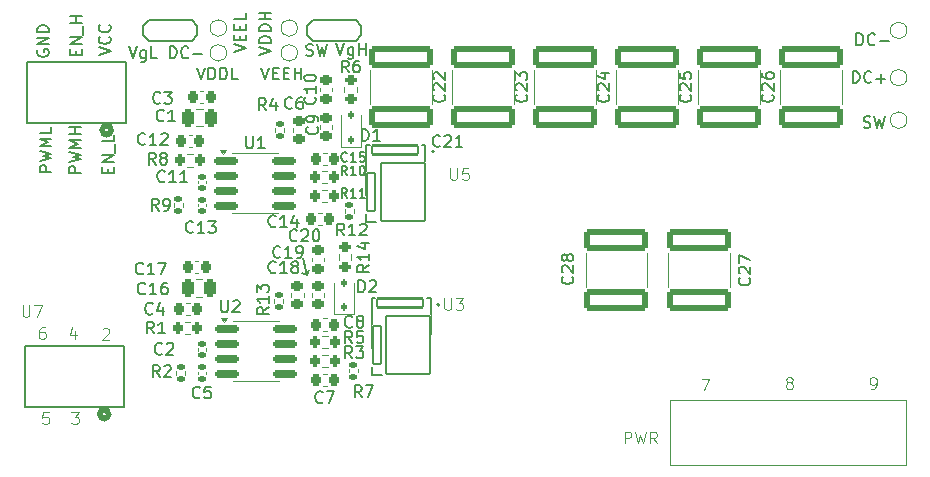
<source format=gto>
G04 #@! TF.GenerationSoftware,KiCad,Pcbnew,8.0.1*
G04 #@! TF.CreationDate,2024-04-17T20:24:04+03:00*
G04 #@! TF.ProjectId,Daughterboard,44617567-6874-4657-9262-6f6172642e6b,rev?*
G04 #@! TF.SameCoordinates,Original*
G04 #@! TF.FileFunction,Legend,Top*
G04 #@! TF.FilePolarity,Positive*
%FSLAX46Y46*%
G04 Gerber Fmt 4.6, Leading zero omitted, Abs format (unit mm)*
G04 Created by KiCad (PCBNEW 8.0.1) date 2024-04-17 20:24:04*
%MOMM*%
%LPD*%
G01*
G04 APERTURE LIST*
G04 Aperture macros list*
%AMRoundRect*
0 Rectangle with rounded corners*
0 $1 Rounding radius*
0 $2 $3 $4 $5 $6 $7 $8 $9 X,Y pos of 4 corners*
0 Add a 4 corners polygon primitive as box body*
4,1,4,$2,$3,$4,$5,$6,$7,$8,$9,$2,$3,0*
0 Add four circle primitives for the rounded corners*
1,1,$1+$1,$2,$3*
1,1,$1+$1,$4,$5*
1,1,$1+$1,$6,$7*
1,1,$1+$1,$8,$9*
0 Add four rect primitives between the rounded corners*
20,1,$1+$1,$2,$3,$4,$5,0*
20,1,$1+$1,$4,$5,$6,$7,0*
20,1,$1+$1,$6,$7,$8,$9,0*
20,1,$1+$1,$8,$9,$2,$3,0*%
%AMOutline5P*
0 Free polygon, 5 corners , with rotation*
0 The origin of the aperture is its center*
0 number of corners: always 5*
0 $1 to $10 corner X, Y*
0 $11 Rotation angle, in degrees counterclockwise*
0 create outline with 5 corners*
4,1,5,$1,$2,$3,$4,$5,$6,$7,$8,$9,$10,$1,$2,$11*%
%AMOutline6P*
0 Free polygon, 6 corners , with rotation*
0 The origin of the aperture is its center*
0 number of corners: always 6*
0 $1 to $12 corner X, Y*
0 $13 Rotation angle, in degrees counterclockwise*
0 create outline with 6 corners*
4,1,6,$1,$2,$3,$4,$5,$6,$7,$8,$9,$10,$11,$12,$1,$2,$13*%
%AMOutline7P*
0 Free polygon, 7 corners , with rotation*
0 The origin of the aperture is its center*
0 number of corners: always 7*
0 $1 to $14 corner X, Y*
0 $15 Rotation angle, in degrees counterclockwise*
0 create outline with 7 corners*
4,1,7,$1,$2,$3,$4,$5,$6,$7,$8,$9,$10,$11,$12,$13,$14,$1,$2,$15*%
%AMOutline8P*
0 Free polygon, 8 corners , with rotation*
0 The origin of the aperture is its center*
0 number of corners: always 8*
0 $1 to $16 corner X, Y*
0 $17 Rotation angle, in degrees counterclockwise*
0 create outline with 8 corners*
4,1,8,$1,$2,$3,$4,$5,$6,$7,$8,$9,$10,$11,$12,$13,$14,$15,$16,$1,$2,$17*%
G04 Aperture macros list end*
%ADD10C,0.150000*%
%ADD11C,0.100000*%
%ADD12C,0.120000*%
%ADD13C,0.152400*%
%ADD14C,0.508000*%
%ADD15C,0.127000*%
%ADD16C,0.200000*%
%ADD17RoundRect,0.140000X-0.170000X0.140000X-0.170000X-0.140000X0.170000X-0.140000X0.170000X0.140000X0*%
%ADD18RoundRect,0.135000X0.185000X-0.135000X0.185000X0.135000X-0.185000X0.135000X-0.185000X-0.135000X0*%
%ADD19RoundRect,0.200000X0.275000X-0.200000X0.275000X0.200000X-0.275000X0.200000X-0.275000X-0.200000X0*%
%ADD20RoundRect,0.250000X2.450000X-0.650000X2.450000X0.650000X-2.450000X0.650000X-2.450000X-0.650000X0*%
%ADD21RoundRect,0.135000X-0.185000X0.135000X-0.185000X-0.135000X0.185000X-0.135000X0.185000X0.135000X0*%
%ADD22RoundRect,0.225000X0.250000X-0.225000X0.250000X0.225000X-0.250000X0.225000X-0.250000X-0.225000X0*%
%ADD23C,1.000000*%
%ADD24RoundRect,0.200000X-0.200000X-0.275000X0.200000X-0.275000X0.200000X0.275000X-0.200000X0.275000X0*%
%ADD25RoundRect,0.225000X0.225000X0.250000X-0.225000X0.250000X-0.225000X-0.250000X0.225000X-0.250000X0*%
%ADD26RoundRect,0.250000X-2.450000X0.650000X-2.450000X-0.650000X2.450000X-0.650000X2.450000X0.650000X0*%
%ADD27C,1.400000*%
%ADD28RoundRect,0.140000X0.170000X-0.140000X0.170000X0.140000X-0.170000X0.140000X-0.170000X-0.140000X0*%
%ADD29RoundRect,0.150000X-0.825000X-0.150000X0.825000X-0.150000X0.825000X0.150000X-0.825000X0.150000X0*%
%ADD30C,1.397000*%
%ADD31RoundRect,0.225000X-0.225000X-0.250000X0.225000X-0.250000X0.225000X0.250000X-0.225000X0.250000X0*%
%ADD32RoundRect,0.250000X0.250000X0.475000X-0.250000X0.475000X-0.250000X-0.475000X0.250000X-0.475000X0*%
%ADD33RoundRect,0.112500X0.112500X-0.187500X0.112500X0.187500X-0.112500X0.187500X-0.112500X-0.187500X0*%
%ADD34Outline6P,-2.100000X1.435000X-1.485000X2.050000X1.485000X2.050000X2.100000X1.435000X2.100000X-2.050000X-2.100000X-2.050000X0.000000*%
%ADD35RoundRect,0.102000X-1.955000X-0.375000X1.955000X-0.375000X1.955000X0.375000X-1.955000X0.375000X0*%
%ADD36RoundRect,0.102000X-0.350000X-1.610000X0.350000X-1.610000X0.350000X1.610000X-0.350000X1.610000X0*%
%ADD37RoundRect,0.102000X-1.855000X-2.457500X1.855000X-2.457500X1.855000X2.457500X-1.855000X2.457500X0*%
G04 APERTURE END LIST*
D10*
X112900000Y-111100000D02*
X113300000Y-111300000D01*
X113300000Y-111300000D02*
X113500000Y-110900000D01*
X113300000Y-111300000D02*
X112900000Y-111100000D01*
X113000000Y-109900000D02*
X113300000Y-111300000D01*
X91669819Y-102563220D02*
X90669819Y-102563220D01*
X90669819Y-102563220D02*
X90669819Y-102182268D01*
X90669819Y-102182268D02*
X90717438Y-102087030D01*
X90717438Y-102087030D02*
X90765057Y-102039411D01*
X90765057Y-102039411D02*
X90860295Y-101991792D01*
X90860295Y-101991792D02*
X91003152Y-101991792D01*
X91003152Y-101991792D02*
X91098390Y-102039411D01*
X91098390Y-102039411D02*
X91146009Y-102087030D01*
X91146009Y-102087030D02*
X91193628Y-102182268D01*
X91193628Y-102182268D02*
X91193628Y-102563220D01*
X90669819Y-101658458D02*
X91669819Y-101420363D01*
X91669819Y-101420363D02*
X90955533Y-101229887D01*
X90955533Y-101229887D02*
X91669819Y-101039411D01*
X91669819Y-101039411D02*
X90669819Y-100801316D01*
X91669819Y-100420363D02*
X90669819Y-100420363D01*
X90669819Y-100420363D02*
X91384104Y-100087030D01*
X91384104Y-100087030D02*
X90669819Y-99753697D01*
X90669819Y-99753697D02*
X91669819Y-99753697D01*
X91669819Y-98801316D02*
X91669819Y-99277506D01*
X91669819Y-99277506D02*
X90669819Y-99277506D01*
X95669819Y-92706077D02*
X96669819Y-92372744D01*
X96669819Y-92372744D02*
X95669819Y-92039411D01*
X96574580Y-91134649D02*
X96622200Y-91182268D01*
X96622200Y-91182268D02*
X96669819Y-91325125D01*
X96669819Y-91325125D02*
X96669819Y-91420363D01*
X96669819Y-91420363D02*
X96622200Y-91563220D01*
X96622200Y-91563220D02*
X96526961Y-91658458D01*
X96526961Y-91658458D02*
X96431723Y-91706077D01*
X96431723Y-91706077D02*
X96241247Y-91753696D01*
X96241247Y-91753696D02*
X96098390Y-91753696D01*
X96098390Y-91753696D02*
X95907914Y-91706077D01*
X95907914Y-91706077D02*
X95812676Y-91658458D01*
X95812676Y-91658458D02*
X95717438Y-91563220D01*
X95717438Y-91563220D02*
X95669819Y-91420363D01*
X95669819Y-91420363D02*
X95669819Y-91325125D01*
X95669819Y-91325125D02*
X95717438Y-91182268D01*
X95717438Y-91182268D02*
X95765057Y-91134649D01*
X96574580Y-90134649D02*
X96622200Y-90182268D01*
X96622200Y-90182268D02*
X96669819Y-90325125D01*
X96669819Y-90325125D02*
X96669819Y-90420363D01*
X96669819Y-90420363D02*
X96622200Y-90563220D01*
X96622200Y-90563220D02*
X96526961Y-90658458D01*
X96526961Y-90658458D02*
X96431723Y-90706077D01*
X96431723Y-90706077D02*
X96241247Y-90753696D01*
X96241247Y-90753696D02*
X96098390Y-90753696D01*
X96098390Y-90753696D02*
X95907914Y-90706077D01*
X95907914Y-90706077D02*
X95812676Y-90658458D01*
X95812676Y-90658458D02*
X95717438Y-90563220D01*
X95717438Y-90563220D02*
X95669819Y-90420363D01*
X95669819Y-90420363D02*
X95669819Y-90325125D01*
X95669819Y-90325125D02*
X95717438Y-90182268D01*
X95717438Y-90182268D02*
X95765057Y-90134649D01*
X93746009Y-92663220D02*
X93746009Y-92329887D01*
X94269819Y-92187030D02*
X94269819Y-92663220D01*
X94269819Y-92663220D02*
X93269819Y-92663220D01*
X93269819Y-92663220D02*
X93269819Y-92187030D01*
X94269819Y-91758458D02*
X93269819Y-91758458D01*
X93269819Y-91758458D02*
X94269819Y-91187030D01*
X94269819Y-91187030D02*
X93269819Y-91187030D01*
X94365057Y-90948935D02*
X94365057Y-90187030D01*
X94269819Y-89948934D02*
X93269819Y-89948934D01*
X93746009Y-89948934D02*
X93746009Y-89377506D01*
X94269819Y-89377506D02*
X93269819Y-89377506D01*
X96446009Y-102663220D02*
X96446009Y-102329887D01*
X96969819Y-102187030D02*
X96969819Y-102663220D01*
X96969819Y-102663220D02*
X95969819Y-102663220D01*
X95969819Y-102663220D02*
X95969819Y-102187030D01*
X96969819Y-101758458D02*
X95969819Y-101758458D01*
X95969819Y-101758458D02*
X96969819Y-101187030D01*
X96969819Y-101187030D02*
X95969819Y-101187030D01*
X97065057Y-100948935D02*
X97065057Y-100187030D01*
X96969819Y-99472744D02*
X96969819Y-99948934D01*
X96969819Y-99948934D02*
X95969819Y-99948934D01*
X94169819Y-102663220D02*
X93169819Y-102663220D01*
X93169819Y-102663220D02*
X93169819Y-102282268D01*
X93169819Y-102282268D02*
X93217438Y-102187030D01*
X93217438Y-102187030D02*
X93265057Y-102139411D01*
X93265057Y-102139411D02*
X93360295Y-102091792D01*
X93360295Y-102091792D02*
X93503152Y-102091792D01*
X93503152Y-102091792D02*
X93598390Y-102139411D01*
X93598390Y-102139411D02*
X93646009Y-102187030D01*
X93646009Y-102187030D02*
X93693628Y-102282268D01*
X93693628Y-102282268D02*
X93693628Y-102663220D01*
X93169819Y-101758458D02*
X94169819Y-101520363D01*
X94169819Y-101520363D02*
X93455533Y-101329887D01*
X93455533Y-101329887D02*
X94169819Y-101139411D01*
X94169819Y-101139411D02*
X93169819Y-100901316D01*
X94169819Y-100520363D02*
X93169819Y-100520363D01*
X93169819Y-100520363D02*
X93884104Y-100187030D01*
X93884104Y-100187030D02*
X93169819Y-99853697D01*
X93169819Y-99853697D02*
X94169819Y-99853697D01*
X94169819Y-99377506D02*
X93169819Y-99377506D01*
X93646009Y-99377506D02*
X93646009Y-98806078D01*
X94169819Y-98806078D02*
X93169819Y-98806078D01*
X115793922Y-91669819D02*
X116127255Y-92669819D01*
X116127255Y-92669819D02*
X116460588Y-91669819D01*
X117222493Y-92003152D02*
X117222493Y-92812676D01*
X117222493Y-92812676D02*
X117174874Y-92907914D01*
X117174874Y-92907914D02*
X117127255Y-92955533D01*
X117127255Y-92955533D02*
X117032017Y-93003152D01*
X117032017Y-93003152D02*
X116889160Y-93003152D01*
X116889160Y-93003152D02*
X116793922Y-92955533D01*
X117222493Y-92622200D02*
X117127255Y-92669819D01*
X117127255Y-92669819D02*
X116936779Y-92669819D01*
X116936779Y-92669819D02*
X116841541Y-92622200D01*
X116841541Y-92622200D02*
X116793922Y-92574580D01*
X116793922Y-92574580D02*
X116746303Y-92479342D01*
X116746303Y-92479342D02*
X116746303Y-92193628D01*
X116746303Y-92193628D02*
X116793922Y-92098390D01*
X116793922Y-92098390D02*
X116841541Y-92050771D01*
X116841541Y-92050771D02*
X116936779Y-92003152D01*
X116936779Y-92003152D02*
X117127255Y-92003152D01*
X117127255Y-92003152D02*
X117222493Y-92050771D01*
X117698684Y-92669819D02*
X117698684Y-91669819D01*
X117698684Y-92146009D02*
X118270112Y-92146009D01*
X118270112Y-92669819D02*
X118270112Y-91669819D01*
X101257142Y-103359580D02*
X101209523Y-103407200D01*
X101209523Y-103407200D02*
X101066666Y-103454819D01*
X101066666Y-103454819D02*
X100971428Y-103454819D01*
X100971428Y-103454819D02*
X100828571Y-103407200D01*
X100828571Y-103407200D02*
X100733333Y-103311961D01*
X100733333Y-103311961D02*
X100685714Y-103216723D01*
X100685714Y-103216723D02*
X100638095Y-103026247D01*
X100638095Y-103026247D02*
X100638095Y-102883390D01*
X100638095Y-102883390D02*
X100685714Y-102692914D01*
X100685714Y-102692914D02*
X100733333Y-102597676D01*
X100733333Y-102597676D02*
X100828571Y-102502438D01*
X100828571Y-102502438D02*
X100971428Y-102454819D01*
X100971428Y-102454819D02*
X101066666Y-102454819D01*
X101066666Y-102454819D02*
X101209523Y-102502438D01*
X101209523Y-102502438D02*
X101257142Y-102550057D01*
X102209523Y-103454819D02*
X101638095Y-103454819D01*
X101923809Y-103454819D02*
X101923809Y-102454819D01*
X101923809Y-102454819D02*
X101828571Y-102597676D01*
X101828571Y-102597676D02*
X101733333Y-102692914D01*
X101733333Y-102692914D02*
X101638095Y-102740533D01*
X103161904Y-103454819D02*
X102590476Y-103454819D01*
X102876190Y-103454819D02*
X102876190Y-102454819D01*
X102876190Y-102454819D02*
X102780952Y-102597676D01*
X102780952Y-102597676D02*
X102685714Y-102692914D01*
X102685714Y-102692914D02*
X102590476Y-102740533D01*
X110054819Y-114042857D02*
X109578628Y-114376190D01*
X110054819Y-114614285D02*
X109054819Y-114614285D01*
X109054819Y-114614285D02*
X109054819Y-114233333D01*
X109054819Y-114233333D02*
X109102438Y-114138095D01*
X109102438Y-114138095D02*
X109150057Y-114090476D01*
X109150057Y-114090476D02*
X109245295Y-114042857D01*
X109245295Y-114042857D02*
X109388152Y-114042857D01*
X109388152Y-114042857D02*
X109483390Y-114090476D01*
X109483390Y-114090476D02*
X109531009Y-114138095D01*
X109531009Y-114138095D02*
X109578628Y-114233333D01*
X109578628Y-114233333D02*
X109578628Y-114614285D01*
X110054819Y-113090476D02*
X110054819Y-113661904D01*
X110054819Y-113376190D02*
X109054819Y-113376190D01*
X109054819Y-113376190D02*
X109197676Y-113471428D01*
X109197676Y-113471428D02*
X109292914Y-113566666D01*
X109292914Y-113566666D02*
X109340533Y-113661904D01*
X109054819Y-112757142D02*
X109054819Y-112138095D01*
X109054819Y-112138095D02*
X109435771Y-112471428D01*
X109435771Y-112471428D02*
X109435771Y-112328571D01*
X109435771Y-112328571D02*
X109483390Y-112233333D01*
X109483390Y-112233333D02*
X109531009Y-112185714D01*
X109531009Y-112185714D02*
X109626247Y-112138095D01*
X109626247Y-112138095D02*
X109864342Y-112138095D01*
X109864342Y-112138095D02*
X109959580Y-112185714D01*
X109959580Y-112185714D02*
X110007200Y-112233333D01*
X110007200Y-112233333D02*
X110054819Y-112328571D01*
X110054819Y-112328571D02*
X110054819Y-112614285D01*
X110054819Y-112614285D02*
X110007200Y-112709523D01*
X110007200Y-112709523D02*
X109959580Y-112757142D01*
X116833333Y-94154819D02*
X116500000Y-93678628D01*
X116261905Y-94154819D02*
X116261905Y-93154819D01*
X116261905Y-93154819D02*
X116642857Y-93154819D01*
X116642857Y-93154819D02*
X116738095Y-93202438D01*
X116738095Y-93202438D02*
X116785714Y-93250057D01*
X116785714Y-93250057D02*
X116833333Y-93345295D01*
X116833333Y-93345295D02*
X116833333Y-93488152D01*
X116833333Y-93488152D02*
X116785714Y-93583390D01*
X116785714Y-93583390D02*
X116738095Y-93631009D01*
X116738095Y-93631009D02*
X116642857Y-93678628D01*
X116642857Y-93678628D02*
X116261905Y-93678628D01*
X117690476Y-93154819D02*
X117500000Y-93154819D01*
X117500000Y-93154819D02*
X117404762Y-93202438D01*
X117404762Y-93202438D02*
X117357143Y-93250057D01*
X117357143Y-93250057D02*
X117261905Y-93392914D01*
X117261905Y-93392914D02*
X117214286Y-93583390D01*
X117214286Y-93583390D02*
X117214286Y-93964342D01*
X117214286Y-93964342D02*
X117261905Y-94059580D01*
X117261905Y-94059580D02*
X117309524Y-94107200D01*
X117309524Y-94107200D02*
X117404762Y-94154819D01*
X117404762Y-94154819D02*
X117595238Y-94154819D01*
X117595238Y-94154819D02*
X117690476Y-94107200D01*
X117690476Y-94107200D02*
X117738095Y-94059580D01*
X117738095Y-94059580D02*
X117785714Y-93964342D01*
X117785714Y-93964342D02*
X117785714Y-93726247D01*
X117785714Y-93726247D02*
X117738095Y-93631009D01*
X117738095Y-93631009D02*
X117690476Y-93583390D01*
X117690476Y-93583390D02*
X117595238Y-93535771D01*
X117595238Y-93535771D02*
X117404762Y-93535771D01*
X117404762Y-93535771D02*
X117309524Y-93583390D01*
X117309524Y-93583390D02*
X117261905Y-93631009D01*
X117261905Y-93631009D02*
X117214286Y-93726247D01*
X138809580Y-96042857D02*
X138857200Y-96090476D01*
X138857200Y-96090476D02*
X138904819Y-96233333D01*
X138904819Y-96233333D02*
X138904819Y-96328571D01*
X138904819Y-96328571D02*
X138857200Y-96471428D01*
X138857200Y-96471428D02*
X138761961Y-96566666D01*
X138761961Y-96566666D02*
X138666723Y-96614285D01*
X138666723Y-96614285D02*
X138476247Y-96661904D01*
X138476247Y-96661904D02*
X138333390Y-96661904D01*
X138333390Y-96661904D02*
X138142914Y-96614285D01*
X138142914Y-96614285D02*
X138047676Y-96566666D01*
X138047676Y-96566666D02*
X137952438Y-96471428D01*
X137952438Y-96471428D02*
X137904819Y-96328571D01*
X137904819Y-96328571D02*
X137904819Y-96233333D01*
X137904819Y-96233333D02*
X137952438Y-96090476D01*
X137952438Y-96090476D02*
X138000057Y-96042857D01*
X138000057Y-95661904D02*
X137952438Y-95614285D01*
X137952438Y-95614285D02*
X137904819Y-95519047D01*
X137904819Y-95519047D02*
X137904819Y-95280952D01*
X137904819Y-95280952D02*
X137952438Y-95185714D01*
X137952438Y-95185714D02*
X138000057Y-95138095D01*
X138000057Y-95138095D02*
X138095295Y-95090476D01*
X138095295Y-95090476D02*
X138190533Y-95090476D01*
X138190533Y-95090476D02*
X138333390Y-95138095D01*
X138333390Y-95138095D02*
X138904819Y-95709523D01*
X138904819Y-95709523D02*
X138904819Y-95090476D01*
X138238152Y-94233333D02*
X138904819Y-94233333D01*
X137857200Y-94471428D02*
X138571485Y-94709523D01*
X138571485Y-94709523D02*
X138571485Y-94090476D01*
X117933333Y-121654819D02*
X117600000Y-121178628D01*
X117361905Y-121654819D02*
X117361905Y-120654819D01*
X117361905Y-120654819D02*
X117742857Y-120654819D01*
X117742857Y-120654819D02*
X117838095Y-120702438D01*
X117838095Y-120702438D02*
X117885714Y-120750057D01*
X117885714Y-120750057D02*
X117933333Y-120845295D01*
X117933333Y-120845295D02*
X117933333Y-120988152D01*
X117933333Y-120988152D02*
X117885714Y-121083390D01*
X117885714Y-121083390D02*
X117838095Y-121131009D01*
X117838095Y-121131009D02*
X117742857Y-121178628D01*
X117742857Y-121178628D02*
X117361905Y-121178628D01*
X118266667Y-120654819D02*
X118933333Y-120654819D01*
X118933333Y-120654819D02*
X118504762Y-121654819D01*
X112033333Y-97159580D02*
X111985714Y-97207200D01*
X111985714Y-97207200D02*
X111842857Y-97254819D01*
X111842857Y-97254819D02*
X111747619Y-97254819D01*
X111747619Y-97254819D02*
X111604762Y-97207200D01*
X111604762Y-97207200D02*
X111509524Y-97111961D01*
X111509524Y-97111961D02*
X111461905Y-97016723D01*
X111461905Y-97016723D02*
X111414286Y-96826247D01*
X111414286Y-96826247D02*
X111414286Y-96683390D01*
X111414286Y-96683390D02*
X111461905Y-96492914D01*
X111461905Y-96492914D02*
X111509524Y-96397676D01*
X111509524Y-96397676D02*
X111604762Y-96302438D01*
X111604762Y-96302438D02*
X111747619Y-96254819D01*
X111747619Y-96254819D02*
X111842857Y-96254819D01*
X111842857Y-96254819D02*
X111985714Y-96302438D01*
X111985714Y-96302438D02*
X112033333Y-96350057D01*
X112890476Y-96254819D02*
X112700000Y-96254819D01*
X112700000Y-96254819D02*
X112604762Y-96302438D01*
X112604762Y-96302438D02*
X112557143Y-96350057D01*
X112557143Y-96350057D02*
X112461905Y-96492914D01*
X112461905Y-96492914D02*
X112414286Y-96683390D01*
X112414286Y-96683390D02*
X112414286Y-97064342D01*
X112414286Y-97064342D02*
X112461905Y-97159580D01*
X112461905Y-97159580D02*
X112509524Y-97207200D01*
X112509524Y-97207200D02*
X112604762Y-97254819D01*
X112604762Y-97254819D02*
X112795238Y-97254819D01*
X112795238Y-97254819D02*
X112890476Y-97207200D01*
X112890476Y-97207200D02*
X112938095Y-97159580D01*
X112938095Y-97159580D02*
X112985714Y-97064342D01*
X112985714Y-97064342D02*
X112985714Y-96826247D01*
X112985714Y-96826247D02*
X112938095Y-96731009D01*
X112938095Y-96731009D02*
X112890476Y-96683390D01*
X112890476Y-96683390D02*
X112795238Y-96635771D01*
X112795238Y-96635771D02*
X112604762Y-96635771D01*
X112604762Y-96635771D02*
X112509524Y-96683390D01*
X112509524Y-96683390D02*
X112461905Y-96731009D01*
X112461905Y-96731009D02*
X112414286Y-96826247D01*
X103961905Y-93754819D02*
X104295238Y-94754819D01*
X104295238Y-94754819D02*
X104628571Y-93754819D01*
X104961905Y-94754819D02*
X104961905Y-93754819D01*
X104961905Y-93754819D02*
X105200000Y-93754819D01*
X105200000Y-93754819D02*
X105342857Y-93802438D01*
X105342857Y-93802438D02*
X105438095Y-93897676D01*
X105438095Y-93897676D02*
X105485714Y-93992914D01*
X105485714Y-93992914D02*
X105533333Y-94183390D01*
X105533333Y-94183390D02*
X105533333Y-94326247D01*
X105533333Y-94326247D02*
X105485714Y-94516723D01*
X105485714Y-94516723D02*
X105438095Y-94611961D01*
X105438095Y-94611961D02*
X105342857Y-94707200D01*
X105342857Y-94707200D02*
X105200000Y-94754819D01*
X105200000Y-94754819D02*
X104961905Y-94754819D01*
X105961905Y-94754819D02*
X105961905Y-93754819D01*
X105961905Y-93754819D02*
X106200000Y-93754819D01*
X106200000Y-93754819D02*
X106342857Y-93802438D01*
X106342857Y-93802438D02*
X106438095Y-93897676D01*
X106438095Y-93897676D02*
X106485714Y-93992914D01*
X106485714Y-93992914D02*
X106533333Y-94183390D01*
X106533333Y-94183390D02*
X106533333Y-94326247D01*
X106533333Y-94326247D02*
X106485714Y-94516723D01*
X106485714Y-94516723D02*
X106438095Y-94611961D01*
X106438095Y-94611961D02*
X106342857Y-94707200D01*
X106342857Y-94707200D02*
X106200000Y-94754819D01*
X106200000Y-94754819D02*
X105961905Y-94754819D01*
X107438095Y-94754819D02*
X106961905Y-94754819D01*
X106961905Y-94754819D02*
X106961905Y-93754819D01*
X114159580Y-98766666D02*
X114207200Y-98814285D01*
X114207200Y-98814285D02*
X114254819Y-98957142D01*
X114254819Y-98957142D02*
X114254819Y-99052380D01*
X114254819Y-99052380D02*
X114207200Y-99195237D01*
X114207200Y-99195237D02*
X114111961Y-99290475D01*
X114111961Y-99290475D02*
X114016723Y-99338094D01*
X114016723Y-99338094D02*
X113826247Y-99385713D01*
X113826247Y-99385713D02*
X113683390Y-99385713D01*
X113683390Y-99385713D02*
X113492914Y-99338094D01*
X113492914Y-99338094D02*
X113397676Y-99290475D01*
X113397676Y-99290475D02*
X113302438Y-99195237D01*
X113302438Y-99195237D02*
X113254819Y-99052380D01*
X113254819Y-99052380D02*
X113254819Y-98957142D01*
X113254819Y-98957142D02*
X113302438Y-98814285D01*
X113302438Y-98814285D02*
X113350057Y-98766666D01*
X114254819Y-98290475D02*
X114254819Y-98099999D01*
X114254819Y-98099999D02*
X114207200Y-98004761D01*
X114207200Y-98004761D02*
X114159580Y-97957142D01*
X114159580Y-97957142D02*
X114016723Y-97861904D01*
X114016723Y-97861904D02*
X113826247Y-97814285D01*
X113826247Y-97814285D02*
X113445295Y-97814285D01*
X113445295Y-97814285D02*
X113350057Y-97861904D01*
X113350057Y-97861904D02*
X113302438Y-97909523D01*
X113302438Y-97909523D02*
X113254819Y-98004761D01*
X113254819Y-98004761D02*
X113254819Y-98195237D01*
X113254819Y-98195237D02*
X113302438Y-98290475D01*
X113302438Y-98290475D02*
X113350057Y-98338094D01*
X113350057Y-98338094D02*
X113445295Y-98385713D01*
X113445295Y-98385713D02*
X113683390Y-98385713D01*
X113683390Y-98385713D02*
X113778628Y-98338094D01*
X113778628Y-98338094D02*
X113826247Y-98290475D01*
X113826247Y-98290475D02*
X113873866Y-98195237D01*
X113873866Y-98195237D02*
X113873866Y-98004761D01*
X113873866Y-98004761D02*
X113826247Y-97909523D01*
X113826247Y-97909523D02*
X113778628Y-97861904D01*
X113778628Y-97861904D02*
X113683390Y-97814285D01*
X100333333Y-116254819D02*
X100000000Y-115778628D01*
X99761905Y-116254819D02*
X99761905Y-115254819D01*
X99761905Y-115254819D02*
X100142857Y-115254819D01*
X100142857Y-115254819D02*
X100238095Y-115302438D01*
X100238095Y-115302438D02*
X100285714Y-115350057D01*
X100285714Y-115350057D02*
X100333333Y-115445295D01*
X100333333Y-115445295D02*
X100333333Y-115588152D01*
X100333333Y-115588152D02*
X100285714Y-115683390D01*
X100285714Y-115683390D02*
X100238095Y-115731009D01*
X100238095Y-115731009D02*
X100142857Y-115778628D01*
X100142857Y-115778628D02*
X99761905Y-115778628D01*
X101285714Y-116254819D02*
X100714286Y-116254819D01*
X101000000Y-116254819D02*
X101000000Y-115254819D01*
X101000000Y-115254819D02*
X100904762Y-115397676D01*
X100904762Y-115397676D02*
X100809524Y-115492914D01*
X100809524Y-115492914D02*
X100714286Y-115540533D01*
X152709580Y-96042857D02*
X152757200Y-96090476D01*
X152757200Y-96090476D02*
X152804819Y-96233333D01*
X152804819Y-96233333D02*
X152804819Y-96328571D01*
X152804819Y-96328571D02*
X152757200Y-96471428D01*
X152757200Y-96471428D02*
X152661961Y-96566666D01*
X152661961Y-96566666D02*
X152566723Y-96614285D01*
X152566723Y-96614285D02*
X152376247Y-96661904D01*
X152376247Y-96661904D02*
X152233390Y-96661904D01*
X152233390Y-96661904D02*
X152042914Y-96614285D01*
X152042914Y-96614285D02*
X151947676Y-96566666D01*
X151947676Y-96566666D02*
X151852438Y-96471428D01*
X151852438Y-96471428D02*
X151804819Y-96328571D01*
X151804819Y-96328571D02*
X151804819Y-96233333D01*
X151804819Y-96233333D02*
X151852438Y-96090476D01*
X151852438Y-96090476D02*
X151900057Y-96042857D01*
X151900057Y-95661904D02*
X151852438Y-95614285D01*
X151852438Y-95614285D02*
X151804819Y-95519047D01*
X151804819Y-95519047D02*
X151804819Y-95280952D01*
X151804819Y-95280952D02*
X151852438Y-95185714D01*
X151852438Y-95185714D02*
X151900057Y-95138095D01*
X151900057Y-95138095D02*
X151995295Y-95090476D01*
X151995295Y-95090476D02*
X152090533Y-95090476D01*
X152090533Y-95090476D02*
X152233390Y-95138095D01*
X152233390Y-95138095D02*
X152804819Y-95709523D01*
X152804819Y-95709523D02*
X152804819Y-95090476D01*
X151804819Y-94233333D02*
X151804819Y-94423809D01*
X151804819Y-94423809D02*
X151852438Y-94519047D01*
X151852438Y-94519047D02*
X151900057Y-94566666D01*
X151900057Y-94566666D02*
X152042914Y-94661904D01*
X152042914Y-94661904D02*
X152233390Y-94709523D01*
X152233390Y-94709523D02*
X152614342Y-94709523D01*
X152614342Y-94709523D02*
X152709580Y-94661904D01*
X152709580Y-94661904D02*
X152757200Y-94614285D01*
X152757200Y-94614285D02*
X152804819Y-94519047D01*
X152804819Y-94519047D02*
X152804819Y-94328571D01*
X152804819Y-94328571D02*
X152757200Y-94233333D01*
X152757200Y-94233333D02*
X152709580Y-94185714D01*
X152709580Y-94185714D02*
X152614342Y-94138095D01*
X152614342Y-94138095D02*
X152376247Y-94138095D01*
X152376247Y-94138095D02*
X152281009Y-94185714D01*
X152281009Y-94185714D02*
X152233390Y-94233333D01*
X152233390Y-94233333D02*
X152185771Y-94328571D01*
X152185771Y-94328571D02*
X152185771Y-94519047D01*
X152185771Y-94519047D02*
X152233390Y-94614285D01*
X152233390Y-94614285D02*
X152281009Y-94661904D01*
X152281009Y-94661904D02*
X152376247Y-94709523D01*
X110657142Y-111059580D02*
X110609523Y-111107200D01*
X110609523Y-111107200D02*
X110466666Y-111154819D01*
X110466666Y-111154819D02*
X110371428Y-111154819D01*
X110371428Y-111154819D02*
X110228571Y-111107200D01*
X110228571Y-111107200D02*
X110133333Y-111011961D01*
X110133333Y-111011961D02*
X110085714Y-110916723D01*
X110085714Y-110916723D02*
X110038095Y-110726247D01*
X110038095Y-110726247D02*
X110038095Y-110583390D01*
X110038095Y-110583390D02*
X110085714Y-110392914D01*
X110085714Y-110392914D02*
X110133333Y-110297676D01*
X110133333Y-110297676D02*
X110228571Y-110202438D01*
X110228571Y-110202438D02*
X110371428Y-110154819D01*
X110371428Y-110154819D02*
X110466666Y-110154819D01*
X110466666Y-110154819D02*
X110609523Y-110202438D01*
X110609523Y-110202438D02*
X110657142Y-110250057D01*
X111609523Y-111154819D02*
X111038095Y-111154819D01*
X111323809Y-111154819D02*
X111323809Y-110154819D01*
X111323809Y-110154819D02*
X111228571Y-110297676D01*
X111228571Y-110297676D02*
X111133333Y-110392914D01*
X111133333Y-110392914D02*
X111038095Y-110440533D01*
X112180952Y-110583390D02*
X112085714Y-110535771D01*
X112085714Y-110535771D02*
X112038095Y-110488152D01*
X112038095Y-110488152D02*
X111990476Y-110392914D01*
X111990476Y-110392914D02*
X111990476Y-110345295D01*
X111990476Y-110345295D02*
X112038095Y-110250057D01*
X112038095Y-110250057D02*
X112085714Y-110202438D01*
X112085714Y-110202438D02*
X112180952Y-110154819D01*
X112180952Y-110154819D02*
X112371428Y-110154819D01*
X112371428Y-110154819D02*
X112466666Y-110202438D01*
X112466666Y-110202438D02*
X112514285Y-110250057D01*
X112514285Y-110250057D02*
X112561904Y-110345295D01*
X112561904Y-110345295D02*
X112561904Y-110392914D01*
X112561904Y-110392914D02*
X112514285Y-110488152D01*
X112514285Y-110488152D02*
X112466666Y-110535771D01*
X112466666Y-110535771D02*
X112371428Y-110583390D01*
X112371428Y-110583390D02*
X112180952Y-110583390D01*
X112180952Y-110583390D02*
X112085714Y-110631009D01*
X112085714Y-110631009D02*
X112038095Y-110678628D01*
X112038095Y-110678628D02*
X111990476Y-110773866D01*
X111990476Y-110773866D02*
X111990476Y-110964342D01*
X111990476Y-110964342D02*
X112038095Y-111059580D01*
X112038095Y-111059580D02*
X112085714Y-111107200D01*
X112085714Y-111107200D02*
X112180952Y-111154819D01*
X112180952Y-111154819D02*
X112371428Y-111154819D01*
X112371428Y-111154819D02*
X112466666Y-111107200D01*
X112466666Y-111107200D02*
X112514285Y-111059580D01*
X112514285Y-111059580D02*
X112561904Y-110964342D01*
X112561904Y-110964342D02*
X112561904Y-110773866D01*
X112561904Y-110773866D02*
X112514285Y-110678628D01*
X112514285Y-110678628D02*
X112466666Y-110631009D01*
X112466666Y-110631009D02*
X112371428Y-110583390D01*
X160442857Y-98807200D02*
X160585714Y-98854819D01*
X160585714Y-98854819D02*
X160823809Y-98854819D01*
X160823809Y-98854819D02*
X160919047Y-98807200D01*
X160919047Y-98807200D02*
X160966666Y-98759580D01*
X160966666Y-98759580D02*
X161014285Y-98664342D01*
X161014285Y-98664342D02*
X161014285Y-98569104D01*
X161014285Y-98569104D02*
X160966666Y-98473866D01*
X160966666Y-98473866D02*
X160919047Y-98426247D01*
X160919047Y-98426247D02*
X160823809Y-98378628D01*
X160823809Y-98378628D02*
X160633333Y-98331009D01*
X160633333Y-98331009D02*
X160538095Y-98283390D01*
X160538095Y-98283390D02*
X160490476Y-98235771D01*
X160490476Y-98235771D02*
X160442857Y-98140533D01*
X160442857Y-98140533D02*
X160442857Y-98045295D01*
X160442857Y-98045295D02*
X160490476Y-97950057D01*
X160490476Y-97950057D02*
X160538095Y-97902438D01*
X160538095Y-97902438D02*
X160633333Y-97854819D01*
X160633333Y-97854819D02*
X160871428Y-97854819D01*
X160871428Y-97854819D02*
X161014285Y-97902438D01*
X161347619Y-97854819D02*
X161585714Y-98854819D01*
X161585714Y-98854819D02*
X161776190Y-98140533D01*
X161776190Y-98140533D02*
X161966666Y-98854819D01*
X161966666Y-98854819D02*
X162204762Y-97854819D01*
X99432142Y-111159580D02*
X99384523Y-111207200D01*
X99384523Y-111207200D02*
X99241666Y-111254819D01*
X99241666Y-111254819D02*
X99146428Y-111254819D01*
X99146428Y-111254819D02*
X99003571Y-111207200D01*
X99003571Y-111207200D02*
X98908333Y-111111961D01*
X98908333Y-111111961D02*
X98860714Y-111016723D01*
X98860714Y-111016723D02*
X98813095Y-110826247D01*
X98813095Y-110826247D02*
X98813095Y-110683390D01*
X98813095Y-110683390D02*
X98860714Y-110492914D01*
X98860714Y-110492914D02*
X98908333Y-110397676D01*
X98908333Y-110397676D02*
X99003571Y-110302438D01*
X99003571Y-110302438D02*
X99146428Y-110254819D01*
X99146428Y-110254819D02*
X99241666Y-110254819D01*
X99241666Y-110254819D02*
X99384523Y-110302438D01*
X99384523Y-110302438D02*
X99432142Y-110350057D01*
X100384523Y-111254819D02*
X99813095Y-111254819D01*
X100098809Y-111254819D02*
X100098809Y-110254819D01*
X100098809Y-110254819D02*
X100003571Y-110397676D01*
X100003571Y-110397676D02*
X99908333Y-110492914D01*
X99908333Y-110492914D02*
X99813095Y-110540533D01*
X100717857Y-110254819D02*
X101384523Y-110254819D01*
X101384523Y-110254819D02*
X100955952Y-111254819D01*
X150759580Y-111542857D02*
X150807200Y-111590476D01*
X150807200Y-111590476D02*
X150854819Y-111733333D01*
X150854819Y-111733333D02*
X150854819Y-111828571D01*
X150854819Y-111828571D02*
X150807200Y-111971428D01*
X150807200Y-111971428D02*
X150711961Y-112066666D01*
X150711961Y-112066666D02*
X150616723Y-112114285D01*
X150616723Y-112114285D02*
X150426247Y-112161904D01*
X150426247Y-112161904D02*
X150283390Y-112161904D01*
X150283390Y-112161904D02*
X150092914Y-112114285D01*
X150092914Y-112114285D02*
X149997676Y-112066666D01*
X149997676Y-112066666D02*
X149902438Y-111971428D01*
X149902438Y-111971428D02*
X149854819Y-111828571D01*
X149854819Y-111828571D02*
X149854819Y-111733333D01*
X149854819Y-111733333D02*
X149902438Y-111590476D01*
X149902438Y-111590476D02*
X149950057Y-111542857D01*
X149950057Y-111161904D02*
X149902438Y-111114285D01*
X149902438Y-111114285D02*
X149854819Y-111019047D01*
X149854819Y-111019047D02*
X149854819Y-110780952D01*
X149854819Y-110780952D02*
X149902438Y-110685714D01*
X149902438Y-110685714D02*
X149950057Y-110638095D01*
X149950057Y-110638095D02*
X150045295Y-110590476D01*
X150045295Y-110590476D02*
X150140533Y-110590476D01*
X150140533Y-110590476D02*
X150283390Y-110638095D01*
X150283390Y-110638095D02*
X150854819Y-111209523D01*
X150854819Y-111209523D02*
X150854819Y-110590476D01*
X149854819Y-110257142D02*
X149854819Y-109590476D01*
X149854819Y-109590476D02*
X150854819Y-110019047D01*
X100733333Y-105854819D02*
X100400000Y-105378628D01*
X100161905Y-105854819D02*
X100161905Y-104854819D01*
X100161905Y-104854819D02*
X100542857Y-104854819D01*
X100542857Y-104854819D02*
X100638095Y-104902438D01*
X100638095Y-104902438D02*
X100685714Y-104950057D01*
X100685714Y-104950057D02*
X100733333Y-105045295D01*
X100733333Y-105045295D02*
X100733333Y-105188152D01*
X100733333Y-105188152D02*
X100685714Y-105283390D01*
X100685714Y-105283390D02*
X100638095Y-105331009D01*
X100638095Y-105331009D02*
X100542857Y-105378628D01*
X100542857Y-105378628D02*
X100161905Y-105378628D01*
X101209524Y-105854819D02*
X101400000Y-105854819D01*
X101400000Y-105854819D02*
X101495238Y-105807200D01*
X101495238Y-105807200D02*
X101542857Y-105759580D01*
X101542857Y-105759580D02*
X101638095Y-105616723D01*
X101638095Y-105616723D02*
X101685714Y-105426247D01*
X101685714Y-105426247D02*
X101685714Y-105045295D01*
X101685714Y-105045295D02*
X101638095Y-104950057D01*
X101638095Y-104950057D02*
X101590476Y-104902438D01*
X101590476Y-104902438D02*
X101495238Y-104854819D01*
X101495238Y-104854819D02*
X101304762Y-104854819D01*
X101304762Y-104854819D02*
X101209524Y-104902438D01*
X101209524Y-104902438D02*
X101161905Y-104950057D01*
X101161905Y-104950057D02*
X101114286Y-105045295D01*
X101114286Y-105045295D02*
X101114286Y-105283390D01*
X101114286Y-105283390D02*
X101161905Y-105378628D01*
X101161905Y-105378628D02*
X101209524Y-105426247D01*
X101209524Y-105426247D02*
X101304762Y-105473866D01*
X101304762Y-105473866D02*
X101495238Y-105473866D01*
X101495238Y-105473866D02*
X101590476Y-105426247D01*
X101590476Y-105426247D02*
X101638095Y-105378628D01*
X101638095Y-105378628D02*
X101685714Y-105283390D01*
X109254819Y-92657142D02*
X110254819Y-92323809D01*
X110254819Y-92323809D02*
X109254819Y-91990476D01*
X110254819Y-91657142D02*
X109254819Y-91657142D01*
X109254819Y-91657142D02*
X109254819Y-91419047D01*
X109254819Y-91419047D02*
X109302438Y-91276190D01*
X109302438Y-91276190D02*
X109397676Y-91180952D01*
X109397676Y-91180952D02*
X109492914Y-91133333D01*
X109492914Y-91133333D02*
X109683390Y-91085714D01*
X109683390Y-91085714D02*
X109826247Y-91085714D01*
X109826247Y-91085714D02*
X110016723Y-91133333D01*
X110016723Y-91133333D02*
X110111961Y-91180952D01*
X110111961Y-91180952D02*
X110207200Y-91276190D01*
X110207200Y-91276190D02*
X110254819Y-91419047D01*
X110254819Y-91419047D02*
X110254819Y-91657142D01*
X110254819Y-90657142D02*
X109254819Y-90657142D01*
X109254819Y-90657142D02*
X109254819Y-90419047D01*
X109254819Y-90419047D02*
X109302438Y-90276190D01*
X109302438Y-90276190D02*
X109397676Y-90180952D01*
X109397676Y-90180952D02*
X109492914Y-90133333D01*
X109492914Y-90133333D02*
X109683390Y-90085714D01*
X109683390Y-90085714D02*
X109826247Y-90085714D01*
X109826247Y-90085714D02*
X110016723Y-90133333D01*
X110016723Y-90133333D02*
X110111961Y-90180952D01*
X110111961Y-90180952D02*
X110207200Y-90276190D01*
X110207200Y-90276190D02*
X110254819Y-90419047D01*
X110254819Y-90419047D02*
X110254819Y-90657142D01*
X110254819Y-89657142D02*
X109254819Y-89657142D01*
X109731009Y-89657142D02*
X109731009Y-89085714D01*
X110254819Y-89085714D02*
X109254819Y-89085714D01*
X98209524Y-91954819D02*
X98542857Y-92954819D01*
X98542857Y-92954819D02*
X98876190Y-91954819D01*
X99638095Y-92288152D02*
X99638095Y-93097676D01*
X99638095Y-93097676D02*
X99590476Y-93192914D01*
X99590476Y-93192914D02*
X99542857Y-93240533D01*
X99542857Y-93240533D02*
X99447619Y-93288152D01*
X99447619Y-93288152D02*
X99304762Y-93288152D01*
X99304762Y-93288152D02*
X99209524Y-93240533D01*
X99638095Y-92907200D02*
X99542857Y-92954819D01*
X99542857Y-92954819D02*
X99352381Y-92954819D01*
X99352381Y-92954819D02*
X99257143Y-92907200D01*
X99257143Y-92907200D02*
X99209524Y-92859580D01*
X99209524Y-92859580D02*
X99161905Y-92764342D01*
X99161905Y-92764342D02*
X99161905Y-92478628D01*
X99161905Y-92478628D02*
X99209524Y-92383390D01*
X99209524Y-92383390D02*
X99257143Y-92335771D01*
X99257143Y-92335771D02*
X99352381Y-92288152D01*
X99352381Y-92288152D02*
X99542857Y-92288152D01*
X99542857Y-92288152D02*
X99638095Y-92335771D01*
X100590476Y-92954819D02*
X100114286Y-92954819D01*
X100114286Y-92954819D02*
X100114286Y-91954819D01*
X101685715Y-92954819D02*
X101685715Y-91954819D01*
X101685715Y-91954819D02*
X101923810Y-91954819D01*
X101923810Y-91954819D02*
X102066667Y-92002438D01*
X102066667Y-92002438D02*
X102161905Y-92097676D01*
X102161905Y-92097676D02*
X102209524Y-92192914D01*
X102209524Y-92192914D02*
X102257143Y-92383390D01*
X102257143Y-92383390D02*
X102257143Y-92526247D01*
X102257143Y-92526247D02*
X102209524Y-92716723D01*
X102209524Y-92716723D02*
X102161905Y-92811961D01*
X102161905Y-92811961D02*
X102066667Y-92907200D01*
X102066667Y-92907200D02*
X101923810Y-92954819D01*
X101923810Y-92954819D02*
X101685715Y-92954819D01*
X103257143Y-92859580D02*
X103209524Y-92907200D01*
X103209524Y-92907200D02*
X103066667Y-92954819D01*
X103066667Y-92954819D02*
X102971429Y-92954819D01*
X102971429Y-92954819D02*
X102828572Y-92907200D01*
X102828572Y-92907200D02*
X102733334Y-92811961D01*
X102733334Y-92811961D02*
X102685715Y-92716723D01*
X102685715Y-92716723D02*
X102638096Y-92526247D01*
X102638096Y-92526247D02*
X102638096Y-92383390D01*
X102638096Y-92383390D02*
X102685715Y-92192914D01*
X102685715Y-92192914D02*
X102733334Y-92097676D01*
X102733334Y-92097676D02*
X102828572Y-92002438D01*
X102828572Y-92002438D02*
X102971429Y-91954819D01*
X102971429Y-91954819D02*
X103066667Y-91954819D01*
X103066667Y-91954819D02*
X103209524Y-92002438D01*
X103209524Y-92002438D02*
X103257143Y-92050057D01*
X103685715Y-92573866D02*
X104447620Y-92573866D01*
X103657142Y-107659580D02*
X103609523Y-107707200D01*
X103609523Y-107707200D02*
X103466666Y-107754819D01*
X103466666Y-107754819D02*
X103371428Y-107754819D01*
X103371428Y-107754819D02*
X103228571Y-107707200D01*
X103228571Y-107707200D02*
X103133333Y-107611961D01*
X103133333Y-107611961D02*
X103085714Y-107516723D01*
X103085714Y-107516723D02*
X103038095Y-107326247D01*
X103038095Y-107326247D02*
X103038095Y-107183390D01*
X103038095Y-107183390D02*
X103085714Y-106992914D01*
X103085714Y-106992914D02*
X103133333Y-106897676D01*
X103133333Y-106897676D02*
X103228571Y-106802438D01*
X103228571Y-106802438D02*
X103371428Y-106754819D01*
X103371428Y-106754819D02*
X103466666Y-106754819D01*
X103466666Y-106754819D02*
X103609523Y-106802438D01*
X103609523Y-106802438D02*
X103657142Y-106850057D01*
X104609523Y-107754819D02*
X104038095Y-107754819D01*
X104323809Y-107754819D02*
X104323809Y-106754819D01*
X104323809Y-106754819D02*
X104228571Y-106897676D01*
X104228571Y-106897676D02*
X104133333Y-106992914D01*
X104133333Y-106992914D02*
X104038095Y-107040533D01*
X104942857Y-106754819D02*
X105561904Y-106754819D01*
X105561904Y-106754819D02*
X105228571Y-107135771D01*
X105228571Y-107135771D02*
X105371428Y-107135771D01*
X105371428Y-107135771D02*
X105466666Y-107183390D01*
X105466666Y-107183390D02*
X105514285Y-107231009D01*
X105514285Y-107231009D02*
X105561904Y-107326247D01*
X105561904Y-107326247D02*
X105561904Y-107564342D01*
X105561904Y-107564342D02*
X105514285Y-107659580D01*
X105514285Y-107659580D02*
X105466666Y-107707200D01*
X105466666Y-107707200D02*
X105371428Y-107754819D01*
X105371428Y-107754819D02*
X105085714Y-107754819D01*
X105085714Y-107754819D02*
X104990476Y-107707200D01*
X104990476Y-107707200D02*
X104942857Y-107659580D01*
X116685714Y-102862295D02*
X116419047Y-102481342D01*
X116228571Y-102862295D02*
X116228571Y-102062295D01*
X116228571Y-102062295D02*
X116533333Y-102062295D01*
X116533333Y-102062295D02*
X116609523Y-102100390D01*
X116609523Y-102100390D02*
X116647618Y-102138485D01*
X116647618Y-102138485D02*
X116685714Y-102214676D01*
X116685714Y-102214676D02*
X116685714Y-102328961D01*
X116685714Y-102328961D02*
X116647618Y-102405152D01*
X116647618Y-102405152D02*
X116609523Y-102443247D01*
X116609523Y-102443247D02*
X116533333Y-102481342D01*
X116533333Y-102481342D02*
X116228571Y-102481342D01*
X117447618Y-102862295D02*
X116990475Y-102862295D01*
X117219047Y-102862295D02*
X117219047Y-102062295D01*
X117219047Y-102062295D02*
X117142856Y-102176580D01*
X117142856Y-102176580D02*
X117066666Y-102252771D01*
X117066666Y-102252771D02*
X116990475Y-102290866D01*
X117942857Y-102062295D02*
X118019047Y-102062295D01*
X118019047Y-102062295D02*
X118095238Y-102100390D01*
X118095238Y-102100390D02*
X118133333Y-102138485D01*
X118133333Y-102138485D02*
X118171428Y-102214676D01*
X118171428Y-102214676D02*
X118209523Y-102367057D01*
X118209523Y-102367057D02*
X118209523Y-102557533D01*
X118209523Y-102557533D02*
X118171428Y-102709914D01*
X118171428Y-102709914D02*
X118133333Y-102786104D01*
X118133333Y-102786104D02*
X118095238Y-102824200D01*
X118095238Y-102824200D02*
X118019047Y-102862295D01*
X118019047Y-102862295D02*
X117942857Y-102862295D01*
X117942857Y-102862295D02*
X117866666Y-102824200D01*
X117866666Y-102824200D02*
X117828571Y-102786104D01*
X117828571Y-102786104D02*
X117790476Y-102709914D01*
X117790476Y-102709914D02*
X117752380Y-102557533D01*
X117752380Y-102557533D02*
X117752380Y-102367057D01*
X117752380Y-102367057D02*
X117790476Y-102214676D01*
X117790476Y-102214676D02*
X117828571Y-102138485D01*
X117828571Y-102138485D02*
X117866666Y-102100390D01*
X117866666Y-102100390D02*
X117942857Y-102062295D01*
X107154819Y-92442856D02*
X108154819Y-92109523D01*
X108154819Y-92109523D02*
X107154819Y-91776190D01*
X107631009Y-91442856D02*
X107631009Y-91109523D01*
X108154819Y-90966666D02*
X108154819Y-91442856D01*
X108154819Y-91442856D02*
X107154819Y-91442856D01*
X107154819Y-91442856D02*
X107154819Y-90966666D01*
X107631009Y-90538094D02*
X107631009Y-90204761D01*
X108154819Y-90061904D02*
X108154819Y-90538094D01*
X108154819Y-90538094D02*
X107154819Y-90538094D01*
X107154819Y-90538094D02*
X107154819Y-90061904D01*
X108154819Y-89157142D02*
X108154819Y-89633332D01*
X108154819Y-89633332D02*
X107154819Y-89633332D01*
X108138095Y-99574419D02*
X108138095Y-100383942D01*
X108138095Y-100383942D02*
X108185714Y-100479180D01*
X108185714Y-100479180D02*
X108233333Y-100526800D01*
X108233333Y-100526800D02*
X108328571Y-100574419D01*
X108328571Y-100574419D02*
X108519047Y-100574419D01*
X108519047Y-100574419D02*
X108614285Y-100526800D01*
X108614285Y-100526800D02*
X108661904Y-100479180D01*
X108661904Y-100479180D02*
X108709523Y-100383942D01*
X108709523Y-100383942D02*
X108709523Y-99574419D01*
X109709523Y-100574419D02*
X109138095Y-100574419D01*
X109423809Y-100574419D02*
X109423809Y-99574419D01*
X109423809Y-99574419D02*
X109328571Y-99717276D01*
X109328571Y-99717276D02*
X109233333Y-99812514D01*
X109233333Y-99812514D02*
X109138095Y-99860133D01*
X159819048Y-91854819D02*
X159819048Y-90854819D01*
X159819048Y-90854819D02*
X160057143Y-90854819D01*
X160057143Y-90854819D02*
X160200000Y-90902438D01*
X160200000Y-90902438D02*
X160295238Y-90997676D01*
X160295238Y-90997676D02*
X160342857Y-91092914D01*
X160342857Y-91092914D02*
X160390476Y-91283390D01*
X160390476Y-91283390D02*
X160390476Y-91426247D01*
X160390476Y-91426247D02*
X160342857Y-91616723D01*
X160342857Y-91616723D02*
X160295238Y-91711961D01*
X160295238Y-91711961D02*
X160200000Y-91807200D01*
X160200000Y-91807200D02*
X160057143Y-91854819D01*
X160057143Y-91854819D02*
X159819048Y-91854819D01*
X161390476Y-91759580D02*
X161342857Y-91807200D01*
X161342857Y-91807200D02*
X161200000Y-91854819D01*
X161200000Y-91854819D02*
X161104762Y-91854819D01*
X161104762Y-91854819D02*
X160961905Y-91807200D01*
X160961905Y-91807200D02*
X160866667Y-91711961D01*
X160866667Y-91711961D02*
X160819048Y-91616723D01*
X160819048Y-91616723D02*
X160771429Y-91426247D01*
X160771429Y-91426247D02*
X160771429Y-91283390D01*
X160771429Y-91283390D02*
X160819048Y-91092914D01*
X160819048Y-91092914D02*
X160866667Y-90997676D01*
X160866667Y-90997676D02*
X160961905Y-90902438D01*
X160961905Y-90902438D02*
X161104762Y-90854819D01*
X161104762Y-90854819D02*
X161200000Y-90854819D01*
X161200000Y-90854819D02*
X161342857Y-90902438D01*
X161342857Y-90902438D02*
X161390476Y-90950057D01*
X161819048Y-91473866D02*
X162580953Y-91473866D01*
X90502438Y-92261904D02*
X90454819Y-92357142D01*
X90454819Y-92357142D02*
X90454819Y-92499999D01*
X90454819Y-92499999D02*
X90502438Y-92642856D01*
X90502438Y-92642856D02*
X90597676Y-92738094D01*
X90597676Y-92738094D02*
X90692914Y-92785713D01*
X90692914Y-92785713D02*
X90883390Y-92833332D01*
X90883390Y-92833332D02*
X91026247Y-92833332D01*
X91026247Y-92833332D02*
X91216723Y-92785713D01*
X91216723Y-92785713D02*
X91311961Y-92738094D01*
X91311961Y-92738094D02*
X91407200Y-92642856D01*
X91407200Y-92642856D02*
X91454819Y-92499999D01*
X91454819Y-92499999D02*
X91454819Y-92404761D01*
X91454819Y-92404761D02*
X91407200Y-92261904D01*
X91407200Y-92261904D02*
X91359580Y-92214285D01*
X91359580Y-92214285D02*
X91026247Y-92214285D01*
X91026247Y-92214285D02*
X91026247Y-92404761D01*
X91454819Y-91785713D02*
X90454819Y-91785713D01*
X90454819Y-91785713D02*
X91454819Y-91214285D01*
X91454819Y-91214285D02*
X90454819Y-91214285D01*
X91454819Y-90738094D02*
X90454819Y-90738094D01*
X90454819Y-90738094D02*
X90454819Y-90499999D01*
X90454819Y-90499999D02*
X90502438Y-90357142D01*
X90502438Y-90357142D02*
X90597676Y-90261904D01*
X90597676Y-90261904D02*
X90692914Y-90214285D01*
X90692914Y-90214285D02*
X90883390Y-90166666D01*
X90883390Y-90166666D02*
X91026247Y-90166666D01*
X91026247Y-90166666D02*
X91216723Y-90214285D01*
X91216723Y-90214285D02*
X91311961Y-90261904D01*
X91311961Y-90261904D02*
X91407200Y-90357142D01*
X91407200Y-90357142D02*
X91454819Y-90499999D01*
X91454819Y-90499999D02*
X91454819Y-90738094D01*
X145759580Y-96042857D02*
X145807200Y-96090476D01*
X145807200Y-96090476D02*
X145854819Y-96233333D01*
X145854819Y-96233333D02*
X145854819Y-96328571D01*
X145854819Y-96328571D02*
X145807200Y-96471428D01*
X145807200Y-96471428D02*
X145711961Y-96566666D01*
X145711961Y-96566666D02*
X145616723Y-96614285D01*
X145616723Y-96614285D02*
X145426247Y-96661904D01*
X145426247Y-96661904D02*
X145283390Y-96661904D01*
X145283390Y-96661904D02*
X145092914Y-96614285D01*
X145092914Y-96614285D02*
X144997676Y-96566666D01*
X144997676Y-96566666D02*
X144902438Y-96471428D01*
X144902438Y-96471428D02*
X144854819Y-96328571D01*
X144854819Y-96328571D02*
X144854819Y-96233333D01*
X144854819Y-96233333D02*
X144902438Y-96090476D01*
X144902438Y-96090476D02*
X144950057Y-96042857D01*
X144950057Y-95661904D02*
X144902438Y-95614285D01*
X144902438Y-95614285D02*
X144854819Y-95519047D01*
X144854819Y-95519047D02*
X144854819Y-95280952D01*
X144854819Y-95280952D02*
X144902438Y-95185714D01*
X144902438Y-95185714D02*
X144950057Y-95138095D01*
X144950057Y-95138095D02*
X145045295Y-95090476D01*
X145045295Y-95090476D02*
X145140533Y-95090476D01*
X145140533Y-95090476D02*
X145283390Y-95138095D01*
X145283390Y-95138095D02*
X145854819Y-95709523D01*
X145854819Y-95709523D02*
X145854819Y-95090476D01*
X144854819Y-94185714D02*
X144854819Y-94661904D01*
X144854819Y-94661904D02*
X145331009Y-94709523D01*
X145331009Y-94709523D02*
X145283390Y-94661904D01*
X145283390Y-94661904D02*
X145235771Y-94566666D01*
X145235771Y-94566666D02*
X145235771Y-94328571D01*
X145235771Y-94328571D02*
X145283390Y-94233333D01*
X145283390Y-94233333D02*
X145331009Y-94185714D01*
X145331009Y-94185714D02*
X145426247Y-94138095D01*
X145426247Y-94138095D02*
X145664342Y-94138095D01*
X145664342Y-94138095D02*
X145759580Y-94185714D01*
X145759580Y-94185714D02*
X145807200Y-94233333D01*
X145807200Y-94233333D02*
X145854819Y-94328571D01*
X145854819Y-94328571D02*
X145854819Y-94566666D01*
X145854819Y-94566666D02*
X145807200Y-94661904D01*
X145807200Y-94661904D02*
X145759580Y-94709523D01*
X116685714Y-104762295D02*
X116419047Y-104381342D01*
X116228571Y-104762295D02*
X116228571Y-103962295D01*
X116228571Y-103962295D02*
X116533333Y-103962295D01*
X116533333Y-103962295D02*
X116609523Y-104000390D01*
X116609523Y-104000390D02*
X116647618Y-104038485D01*
X116647618Y-104038485D02*
X116685714Y-104114676D01*
X116685714Y-104114676D02*
X116685714Y-104228961D01*
X116685714Y-104228961D02*
X116647618Y-104305152D01*
X116647618Y-104305152D02*
X116609523Y-104343247D01*
X116609523Y-104343247D02*
X116533333Y-104381342D01*
X116533333Y-104381342D02*
X116228571Y-104381342D01*
X117447618Y-104762295D02*
X116990475Y-104762295D01*
X117219047Y-104762295D02*
X117219047Y-103962295D01*
X117219047Y-103962295D02*
X117142856Y-104076580D01*
X117142856Y-104076580D02*
X117066666Y-104152771D01*
X117066666Y-104152771D02*
X116990475Y-104190866D01*
X118209523Y-104762295D02*
X117752380Y-104762295D01*
X117980952Y-104762295D02*
X117980952Y-103962295D01*
X117980952Y-103962295D02*
X117904761Y-104076580D01*
X117904761Y-104076580D02*
X117828571Y-104152771D01*
X117828571Y-104152771D02*
X117752380Y-104190866D01*
X109833333Y-97354819D02*
X109500000Y-96878628D01*
X109261905Y-97354819D02*
X109261905Y-96354819D01*
X109261905Y-96354819D02*
X109642857Y-96354819D01*
X109642857Y-96354819D02*
X109738095Y-96402438D01*
X109738095Y-96402438D02*
X109785714Y-96450057D01*
X109785714Y-96450057D02*
X109833333Y-96545295D01*
X109833333Y-96545295D02*
X109833333Y-96688152D01*
X109833333Y-96688152D02*
X109785714Y-96783390D01*
X109785714Y-96783390D02*
X109738095Y-96831009D01*
X109738095Y-96831009D02*
X109642857Y-96878628D01*
X109642857Y-96878628D02*
X109261905Y-96878628D01*
X110690476Y-96688152D02*
X110690476Y-97354819D01*
X110452381Y-96307200D02*
X110214286Y-97021485D01*
X110214286Y-97021485D02*
X110833333Y-97021485D01*
X100833333Y-119954819D02*
X100500000Y-119478628D01*
X100261905Y-119954819D02*
X100261905Y-118954819D01*
X100261905Y-118954819D02*
X100642857Y-118954819D01*
X100642857Y-118954819D02*
X100738095Y-119002438D01*
X100738095Y-119002438D02*
X100785714Y-119050057D01*
X100785714Y-119050057D02*
X100833333Y-119145295D01*
X100833333Y-119145295D02*
X100833333Y-119288152D01*
X100833333Y-119288152D02*
X100785714Y-119383390D01*
X100785714Y-119383390D02*
X100738095Y-119431009D01*
X100738095Y-119431009D02*
X100642857Y-119478628D01*
X100642857Y-119478628D02*
X100261905Y-119478628D01*
X101214286Y-119050057D02*
X101261905Y-119002438D01*
X101261905Y-119002438D02*
X101357143Y-118954819D01*
X101357143Y-118954819D02*
X101595238Y-118954819D01*
X101595238Y-118954819D02*
X101690476Y-119002438D01*
X101690476Y-119002438D02*
X101738095Y-119050057D01*
X101738095Y-119050057D02*
X101785714Y-119145295D01*
X101785714Y-119145295D02*
X101785714Y-119240533D01*
X101785714Y-119240533D02*
X101738095Y-119383390D01*
X101738095Y-119383390D02*
X101166667Y-119954819D01*
X101166667Y-119954819D02*
X101785714Y-119954819D01*
X114633333Y-122059580D02*
X114585714Y-122107200D01*
X114585714Y-122107200D02*
X114442857Y-122154819D01*
X114442857Y-122154819D02*
X114347619Y-122154819D01*
X114347619Y-122154819D02*
X114204762Y-122107200D01*
X114204762Y-122107200D02*
X114109524Y-122011961D01*
X114109524Y-122011961D02*
X114061905Y-121916723D01*
X114061905Y-121916723D02*
X114014286Y-121726247D01*
X114014286Y-121726247D02*
X114014286Y-121583390D01*
X114014286Y-121583390D02*
X114061905Y-121392914D01*
X114061905Y-121392914D02*
X114109524Y-121297676D01*
X114109524Y-121297676D02*
X114204762Y-121202438D01*
X114204762Y-121202438D02*
X114347619Y-121154819D01*
X114347619Y-121154819D02*
X114442857Y-121154819D01*
X114442857Y-121154819D02*
X114585714Y-121202438D01*
X114585714Y-121202438D02*
X114633333Y-121250057D01*
X114966667Y-121154819D02*
X115633333Y-121154819D01*
X115633333Y-121154819D02*
X115204762Y-122154819D01*
X124909580Y-96042857D02*
X124957200Y-96090476D01*
X124957200Y-96090476D02*
X125004819Y-96233333D01*
X125004819Y-96233333D02*
X125004819Y-96328571D01*
X125004819Y-96328571D02*
X124957200Y-96471428D01*
X124957200Y-96471428D02*
X124861961Y-96566666D01*
X124861961Y-96566666D02*
X124766723Y-96614285D01*
X124766723Y-96614285D02*
X124576247Y-96661904D01*
X124576247Y-96661904D02*
X124433390Y-96661904D01*
X124433390Y-96661904D02*
X124242914Y-96614285D01*
X124242914Y-96614285D02*
X124147676Y-96566666D01*
X124147676Y-96566666D02*
X124052438Y-96471428D01*
X124052438Y-96471428D02*
X124004819Y-96328571D01*
X124004819Y-96328571D02*
X124004819Y-96233333D01*
X124004819Y-96233333D02*
X124052438Y-96090476D01*
X124052438Y-96090476D02*
X124100057Y-96042857D01*
X124100057Y-95661904D02*
X124052438Y-95614285D01*
X124052438Y-95614285D02*
X124004819Y-95519047D01*
X124004819Y-95519047D02*
X124004819Y-95280952D01*
X124004819Y-95280952D02*
X124052438Y-95185714D01*
X124052438Y-95185714D02*
X124100057Y-95138095D01*
X124100057Y-95138095D02*
X124195295Y-95090476D01*
X124195295Y-95090476D02*
X124290533Y-95090476D01*
X124290533Y-95090476D02*
X124433390Y-95138095D01*
X124433390Y-95138095D02*
X125004819Y-95709523D01*
X125004819Y-95709523D02*
X125004819Y-95090476D01*
X124100057Y-94709523D02*
X124052438Y-94661904D01*
X124052438Y-94661904D02*
X124004819Y-94566666D01*
X124004819Y-94566666D02*
X124004819Y-94328571D01*
X124004819Y-94328571D02*
X124052438Y-94233333D01*
X124052438Y-94233333D02*
X124100057Y-94185714D01*
X124100057Y-94185714D02*
X124195295Y-94138095D01*
X124195295Y-94138095D02*
X124290533Y-94138095D01*
X124290533Y-94138095D02*
X124433390Y-94185714D01*
X124433390Y-94185714D02*
X125004819Y-94757142D01*
X125004819Y-94757142D02*
X125004819Y-94138095D01*
X117133333Y-118354819D02*
X116800000Y-117878628D01*
X116561905Y-118354819D02*
X116561905Y-117354819D01*
X116561905Y-117354819D02*
X116942857Y-117354819D01*
X116942857Y-117354819D02*
X117038095Y-117402438D01*
X117038095Y-117402438D02*
X117085714Y-117450057D01*
X117085714Y-117450057D02*
X117133333Y-117545295D01*
X117133333Y-117545295D02*
X117133333Y-117688152D01*
X117133333Y-117688152D02*
X117085714Y-117783390D01*
X117085714Y-117783390D02*
X117038095Y-117831009D01*
X117038095Y-117831009D02*
X116942857Y-117878628D01*
X116942857Y-117878628D02*
X116561905Y-117878628D01*
X117466667Y-117354819D02*
X118085714Y-117354819D01*
X118085714Y-117354819D02*
X117752381Y-117735771D01*
X117752381Y-117735771D02*
X117895238Y-117735771D01*
X117895238Y-117735771D02*
X117990476Y-117783390D01*
X117990476Y-117783390D02*
X118038095Y-117831009D01*
X118038095Y-117831009D02*
X118085714Y-117926247D01*
X118085714Y-117926247D02*
X118085714Y-118164342D01*
X118085714Y-118164342D02*
X118038095Y-118259580D01*
X118038095Y-118259580D02*
X117990476Y-118307200D01*
X117990476Y-118307200D02*
X117895238Y-118354819D01*
X117895238Y-118354819D02*
X117609524Y-118354819D01*
X117609524Y-118354819D02*
X117514286Y-118307200D01*
X117514286Y-118307200D02*
X117466667Y-118259580D01*
X111057142Y-109759580D02*
X111009523Y-109807200D01*
X111009523Y-109807200D02*
X110866666Y-109854819D01*
X110866666Y-109854819D02*
X110771428Y-109854819D01*
X110771428Y-109854819D02*
X110628571Y-109807200D01*
X110628571Y-109807200D02*
X110533333Y-109711961D01*
X110533333Y-109711961D02*
X110485714Y-109616723D01*
X110485714Y-109616723D02*
X110438095Y-109426247D01*
X110438095Y-109426247D02*
X110438095Y-109283390D01*
X110438095Y-109283390D02*
X110485714Y-109092914D01*
X110485714Y-109092914D02*
X110533333Y-108997676D01*
X110533333Y-108997676D02*
X110628571Y-108902438D01*
X110628571Y-108902438D02*
X110771428Y-108854819D01*
X110771428Y-108854819D02*
X110866666Y-108854819D01*
X110866666Y-108854819D02*
X111009523Y-108902438D01*
X111009523Y-108902438D02*
X111057142Y-108950057D01*
X112009523Y-109854819D02*
X111438095Y-109854819D01*
X111723809Y-109854819D02*
X111723809Y-108854819D01*
X111723809Y-108854819D02*
X111628571Y-108997676D01*
X111628571Y-108997676D02*
X111533333Y-109092914D01*
X111533333Y-109092914D02*
X111438095Y-109140533D01*
X112485714Y-109854819D02*
X112676190Y-109854819D01*
X112676190Y-109854819D02*
X112771428Y-109807200D01*
X112771428Y-109807200D02*
X112819047Y-109759580D01*
X112819047Y-109759580D02*
X112914285Y-109616723D01*
X112914285Y-109616723D02*
X112961904Y-109426247D01*
X112961904Y-109426247D02*
X112961904Y-109045295D01*
X112961904Y-109045295D02*
X112914285Y-108950057D01*
X112914285Y-108950057D02*
X112866666Y-108902438D01*
X112866666Y-108902438D02*
X112771428Y-108854819D01*
X112771428Y-108854819D02*
X112580952Y-108854819D01*
X112580952Y-108854819D02*
X112485714Y-108902438D01*
X112485714Y-108902438D02*
X112438095Y-108950057D01*
X112438095Y-108950057D02*
X112390476Y-109045295D01*
X112390476Y-109045295D02*
X112390476Y-109283390D01*
X112390476Y-109283390D02*
X112438095Y-109378628D01*
X112438095Y-109378628D02*
X112485714Y-109426247D01*
X112485714Y-109426247D02*
X112580952Y-109473866D01*
X112580952Y-109473866D02*
X112771428Y-109473866D01*
X112771428Y-109473866D02*
X112866666Y-109426247D01*
X112866666Y-109426247D02*
X112914285Y-109378628D01*
X112914285Y-109378628D02*
X112961904Y-109283390D01*
X110657142Y-107159580D02*
X110609523Y-107207200D01*
X110609523Y-107207200D02*
X110466666Y-107254819D01*
X110466666Y-107254819D02*
X110371428Y-107254819D01*
X110371428Y-107254819D02*
X110228571Y-107207200D01*
X110228571Y-107207200D02*
X110133333Y-107111961D01*
X110133333Y-107111961D02*
X110085714Y-107016723D01*
X110085714Y-107016723D02*
X110038095Y-106826247D01*
X110038095Y-106826247D02*
X110038095Y-106683390D01*
X110038095Y-106683390D02*
X110085714Y-106492914D01*
X110085714Y-106492914D02*
X110133333Y-106397676D01*
X110133333Y-106397676D02*
X110228571Y-106302438D01*
X110228571Y-106302438D02*
X110371428Y-106254819D01*
X110371428Y-106254819D02*
X110466666Y-106254819D01*
X110466666Y-106254819D02*
X110609523Y-106302438D01*
X110609523Y-106302438D02*
X110657142Y-106350057D01*
X111609523Y-107254819D02*
X111038095Y-107254819D01*
X111323809Y-107254819D02*
X111323809Y-106254819D01*
X111323809Y-106254819D02*
X111228571Y-106397676D01*
X111228571Y-106397676D02*
X111133333Y-106492914D01*
X111133333Y-106492914D02*
X111038095Y-106540533D01*
X112466666Y-106588152D02*
X112466666Y-107254819D01*
X112228571Y-106207200D02*
X111990476Y-106921485D01*
X111990476Y-106921485D02*
X112609523Y-106921485D01*
X104233333Y-121659580D02*
X104185714Y-121707200D01*
X104185714Y-121707200D02*
X104042857Y-121754819D01*
X104042857Y-121754819D02*
X103947619Y-121754819D01*
X103947619Y-121754819D02*
X103804762Y-121707200D01*
X103804762Y-121707200D02*
X103709524Y-121611961D01*
X103709524Y-121611961D02*
X103661905Y-121516723D01*
X103661905Y-121516723D02*
X103614286Y-121326247D01*
X103614286Y-121326247D02*
X103614286Y-121183390D01*
X103614286Y-121183390D02*
X103661905Y-120992914D01*
X103661905Y-120992914D02*
X103709524Y-120897676D01*
X103709524Y-120897676D02*
X103804762Y-120802438D01*
X103804762Y-120802438D02*
X103947619Y-120754819D01*
X103947619Y-120754819D02*
X104042857Y-120754819D01*
X104042857Y-120754819D02*
X104185714Y-120802438D01*
X104185714Y-120802438D02*
X104233333Y-120850057D01*
X105138095Y-120754819D02*
X104661905Y-120754819D01*
X104661905Y-120754819D02*
X104614286Y-121231009D01*
X104614286Y-121231009D02*
X104661905Y-121183390D01*
X104661905Y-121183390D02*
X104757143Y-121135771D01*
X104757143Y-121135771D02*
X104995238Y-121135771D01*
X104995238Y-121135771D02*
X105090476Y-121183390D01*
X105090476Y-121183390D02*
X105138095Y-121231009D01*
X105138095Y-121231009D02*
X105185714Y-121326247D01*
X105185714Y-121326247D02*
X105185714Y-121564342D01*
X105185714Y-121564342D02*
X105138095Y-121659580D01*
X105138095Y-121659580D02*
X105090476Y-121707200D01*
X105090476Y-121707200D02*
X104995238Y-121754819D01*
X104995238Y-121754819D02*
X104757143Y-121754819D01*
X104757143Y-121754819D02*
X104661905Y-121707200D01*
X104661905Y-121707200D02*
X104614286Y-121659580D01*
X109438095Y-93754819D02*
X109771428Y-94754819D01*
X109771428Y-94754819D02*
X110104761Y-93754819D01*
X110438095Y-94231009D02*
X110771428Y-94231009D01*
X110914285Y-94754819D02*
X110438095Y-94754819D01*
X110438095Y-94754819D02*
X110438095Y-93754819D01*
X110438095Y-93754819D02*
X110914285Y-93754819D01*
X111342857Y-94231009D02*
X111676190Y-94231009D01*
X111819047Y-94754819D02*
X111342857Y-94754819D01*
X111342857Y-94754819D02*
X111342857Y-93754819D01*
X111342857Y-93754819D02*
X111819047Y-93754819D01*
X112247619Y-94754819D02*
X112247619Y-93754819D01*
X112247619Y-94231009D02*
X112819047Y-94231009D01*
X112819047Y-94754819D02*
X112819047Y-93754819D01*
X100483333Y-101954819D02*
X100150000Y-101478628D01*
X99911905Y-101954819D02*
X99911905Y-100954819D01*
X99911905Y-100954819D02*
X100292857Y-100954819D01*
X100292857Y-100954819D02*
X100388095Y-101002438D01*
X100388095Y-101002438D02*
X100435714Y-101050057D01*
X100435714Y-101050057D02*
X100483333Y-101145295D01*
X100483333Y-101145295D02*
X100483333Y-101288152D01*
X100483333Y-101288152D02*
X100435714Y-101383390D01*
X100435714Y-101383390D02*
X100388095Y-101431009D01*
X100388095Y-101431009D02*
X100292857Y-101478628D01*
X100292857Y-101478628D02*
X99911905Y-101478628D01*
X101054762Y-101383390D02*
X100959524Y-101335771D01*
X100959524Y-101335771D02*
X100911905Y-101288152D01*
X100911905Y-101288152D02*
X100864286Y-101192914D01*
X100864286Y-101192914D02*
X100864286Y-101145295D01*
X100864286Y-101145295D02*
X100911905Y-101050057D01*
X100911905Y-101050057D02*
X100959524Y-101002438D01*
X100959524Y-101002438D02*
X101054762Y-100954819D01*
X101054762Y-100954819D02*
X101245238Y-100954819D01*
X101245238Y-100954819D02*
X101340476Y-101002438D01*
X101340476Y-101002438D02*
X101388095Y-101050057D01*
X101388095Y-101050057D02*
X101435714Y-101145295D01*
X101435714Y-101145295D02*
X101435714Y-101192914D01*
X101435714Y-101192914D02*
X101388095Y-101288152D01*
X101388095Y-101288152D02*
X101340476Y-101335771D01*
X101340476Y-101335771D02*
X101245238Y-101383390D01*
X101245238Y-101383390D02*
X101054762Y-101383390D01*
X101054762Y-101383390D02*
X100959524Y-101431009D01*
X100959524Y-101431009D02*
X100911905Y-101478628D01*
X100911905Y-101478628D02*
X100864286Y-101573866D01*
X100864286Y-101573866D02*
X100864286Y-101764342D01*
X100864286Y-101764342D02*
X100911905Y-101859580D01*
X100911905Y-101859580D02*
X100959524Y-101907200D01*
X100959524Y-101907200D02*
X101054762Y-101954819D01*
X101054762Y-101954819D02*
X101245238Y-101954819D01*
X101245238Y-101954819D02*
X101340476Y-101907200D01*
X101340476Y-101907200D02*
X101388095Y-101859580D01*
X101388095Y-101859580D02*
X101435714Y-101764342D01*
X101435714Y-101764342D02*
X101435714Y-101573866D01*
X101435714Y-101573866D02*
X101388095Y-101478628D01*
X101388095Y-101478628D02*
X101340476Y-101431009D01*
X101340476Y-101431009D02*
X101245238Y-101383390D01*
X99607142Y-112859580D02*
X99559523Y-112907200D01*
X99559523Y-112907200D02*
X99416666Y-112954819D01*
X99416666Y-112954819D02*
X99321428Y-112954819D01*
X99321428Y-112954819D02*
X99178571Y-112907200D01*
X99178571Y-112907200D02*
X99083333Y-112811961D01*
X99083333Y-112811961D02*
X99035714Y-112716723D01*
X99035714Y-112716723D02*
X98988095Y-112526247D01*
X98988095Y-112526247D02*
X98988095Y-112383390D01*
X98988095Y-112383390D02*
X99035714Y-112192914D01*
X99035714Y-112192914D02*
X99083333Y-112097676D01*
X99083333Y-112097676D02*
X99178571Y-112002438D01*
X99178571Y-112002438D02*
X99321428Y-111954819D01*
X99321428Y-111954819D02*
X99416666Y-111954819D01*
X99416666Y-111954819D02*
X99559523Y-112002438D01*
X99559523Y-112002438D02*
X99607142Y-112050057D01*
X100559523Y-112954819D02*
X99988095Y-112954819D01*
X100273809Y-112954819D02*
X100273809Y-111954819D01*
X100273809Y-111954819D02*
X100178571Y-112097676D01*
X100178571Y-112097676D02*
X100083333Y-112192914D01*
X100083333Y-112192914D02*
X99988095Y-112240533D01*
X101416666Y-111954819D02*
X101226190Y-111954819D01*
X101226190Y-111954819D02*
X101130952Y-112002438D01*
X101130952Y-112002438D02*
X101083333Y-112050057D01*
X101083333Y-112050057D02*
X100988095Y-112192914D01*
X100988095Y-112192914D02*
X100940476Y-112383390D01*
X100940476Y-112383390D02*
X100940476Y-112764342D01*
X100940476Y-112764342D02*
X100988095Y-112859580D01*
X100988095Y-112859580D02*
X101035714Y-112907200D01*
X101035714Y-112907200D02*
X101130952Y-112954819D01*
X101130952Y-112954819D02*
X101321428Y-112954819D01*
X101321428Y-112954819D02*
X101416666Y-112907200D01*
X101416666Y-112907200D02*
X101464285Y-112859580D01*
X101464285Y-112859580D02*
X101511904Y-112764342D01*
X101511904Y-112764342D02*
X101511904Y-112526247D01*
X101511904Y-112526247D02*
X101464285Y-112431009D01*
X101464285Y-112431009D02*
X101416666Y-112383390D01*
X101416666Y-112383390D02*
X101321428Y-112335771D01*
X101321428Y-112335771D02*
X101130952Y-112335771D01*
X101130952Y-112335771D02*
X101035714Y-112383390D01*
X101035714Y-112383390D02*
X100988095Y-112431009D01*
X100988095Y-112431009D02*
X100940476Y-112526247D01*
X116685714Y-101636104D02*
X116647618Y-101674200D01*
X116647618Y-101674200D02*
X116533333Y-101712295D01*
X116533333Y-101712295D02*
X116457142Y-101712295D01*
X116457142Y-101712295D02*
X116342856Y-101674200D01*
X116342856Y-101674200D02*
X116266666Y-101598009D01*
X116266666Y-101598009D02*
X116228571Y-101521819D01*
X116228571Y-101521819D02*
X116190475Y-101369438D01*
X116190475Y-101369438D02*
X116190475Y-101255152D01*
X116190475Y-101255152D02*
X116228571Y-101102771D01*
X116228571Y-101102771D02*
X116266666Y-101026580D01*
X116266666Y-101026580D02*
X116342856Y-100950390D01*
X116342856Y-100950390D02*
X116457142Y-100912295D01*
X116457142Y-100912295D02*
X116533333Y-100912295D01*
X116533333Y-100912295D02*
X116647618Y-100950390D01*
X116647618Y-100950390D02*
X116685714Y-100988485D01*
X117447618Y-101712295D02*
X116990475Y-101712295D01*
X117219047Y-101712295D02*
X117219047Y-100912295D01*
X117219047Y-100912295D02*
X117142856Y-101026580D01*
X117142856Y-101026580D02*
X117066666Y-101102771D01*
X117066666Y-101102771D02*
X116990475Y-101140866D01*
X118171428Y-100912295D02*
X117790476Y-100912295D01*
X117790476Y-100912295D02*
X117752380Y-101293247D01*
X117752380Y-101293247D02*
X117790476Y-101255152D01*
X117790476Y-101255152D02*
X117866666Y-101217057D01*
X117866666Y-101217057D02*
X118057142Y-101217057D01*
X118057142Y-101217057D02*
X118133333Y-101255152D01*
X118133333Y-101255152D02*
X118171428Y-101293247D01*
X118171428Y-101293247D02*
X118209523Y-101369438D01*
X118209523Y-101369438D02*
X118209523Y-101559914D01*
X118209523Y-101559914D02*
X118171428Y-101636104D01*
X118171428Y-101636104D02*
X118133333Y-101674200D01*
X118133333Y-101674200D02*
X118057142Y-101712295D01*
X118057142Y-101712295D02*
X117866666Y-101712295D01*
X117866666Y-101712295D02*
X117790476Y-101674200D01*
X117790476Y-101674200D02*
X117752380Y-101636104D01*
X99607142Y-100209580D02*
X99559523Y-100257200D01*
X99559523Y-100257200D02*
X99416666Y-100304819D01*
X99416666Y-100304819D02*
X99321428Y-100304819D01*
X99321428Y-100304819D02*
X99178571Y-100257200D01*
X99178571Y-100257200D02*
X99083333Y-100161961D01*
X99083333Y-100161961D02*
X99035714Y-100066723D01*
X99035714Y-100066723D02*
X98988095Y-99876247D01*
X98988095Y-99876247D02*
X98988095Y-99733390D01*
X98988095Y-99733390D02*
X99035714Y-99542914D01*
X99035714Y-99542914D02*
X99083333Y-99447676D01*
X99083333Y-99447676D02*
X99178571Y-99352438D01*
X99178571Y-99352438D02*
X99321428Y-99304819D01*
X99321428Y-99304819D02*
X99416666Y-99304819D01*
X99416666Y-99304819D02*
X99559523Y-99352438D01*
X99559523Y-99352438D02*
X99607142Y-99400057D01*
X100559523Y-100304819D02*
X99988095Y-100304819D01*
X100273809Y-100304819D02*
X100273809Y-99304819D01*
X100273809Y-99304819D02*
X100178571Y-99447676D01*
X100178571Y-99447676D02*
X100083333Y-99542914D01*
X100083333Y-99542914D02*
X99988095Y-99590533D01*
X100940476Y-99400057D02*
X100988095Y-99352438D01*
X100988095Y-99352438D02*
X101083333Y-99304819D01*
X101083333Y-99304819D02*
X101321428Y-99304819D01*
X101321428Y-99304819D02*
X101416666Y-99352438D01*
X101416666Y-99352438D02*
X101464285Y-99400057D01*
X101464285Y-99400057D02*
X101511904Y-99495295D01*
X101511904Y-99495295D02*
X101511904Y-99590533D01*
X101511904Y-99590533D02*
X101464285Y-99733390D01*
X101464285Y-99733390D02*
X100892857Y-100304819D01*
X100892857Y-100304819D02*
X101511904Y-100304819D01*
X116457142Y-107954819D02*
X116123809Y-107478628D01*
X115885714Y-107954819D02*
X115885714Y-106954819D01*
X115885714Y-106954819D02*
X116266666Y-106954819D01*
X116266666Y-106954819D02*
X116361904Y-107002438D01*
X116361904Y-107002438D02*
X116409523Y-107050057D01*
X116409523Y-107050057D02*
X116457142Y-107145295D01*
X116457142Y-107145295D02*
X116457142Y-107288152D01*
X116457142Y-107288152D02*
X116409523Y-107383390D01*
X116409523Y-107383390D02*
X116361904Y-107431009D01*
X116361904Y-107431009D02*
X116266666Y-107478628D01*
X116266666Y-107478628D02*
X115885714Y-107478628D01*
X117409523Y-107954819D02*
X116838095Y-107954819D01*
X117123809Y-107954819D02*
X117123809Y-106954819D01*
X117123809Y-106954819D02*
X117028571Y-107097676D01*
X117028571Y-107097676D02*
X116933333Y-107192914D01*
X116933333Y-107192914D02*
X116838095Y-107240533D01*
X117790476Y-107050057D02*
X117838095Y-107002438D01*
X117838095Y-107002438D02*
X117933333Y-106954819D01*
X117933333Y-106954819D02*
X118171428Y-106954819D01*
X118171428Y-106954819D02*
X118266666Y-107002438D01*
X118266666Y-107002438D02*
X118314285Y-107050057D01*
X118314285Y-107050057D02*
X118361904Y-107145295D01*
X118361904Y-107145295D02*
X118361904Y-107240533D01*
X118361904Y-107240533D02*
X118314285Y-107383390D01*
X118314285Y-107383390D02*
X117742857Y-107954819D01*
X117742857Y-107954819D02*
X118361904Y-107954819D01*
X100883333Y-96709580D02*
X100835714Y-96757200D01*
X100835714Y-96757200D02*
X100692857Y-96804819D01*
X100692857Y-96804819D02*
X100597619Y-96804819D01*
X100597619Y-96804819D02*
X100454762Y-96757200D01*
X100454762Y-96757200D02*
X100359524Y-96661961D01*
X100359524Y-96661961D02*
X100311905Y-96566723D01*
X100311905Y-96566723D02*
X100264286Y-96376247D01*
X100264286Y-96376247D02*
X100264286Y-96233390D01*
X100264286Y-96233390D02*
X100311905Y-96042914D01*
X100311905Y-96042914D02*
X100359524Y-95947676D01*
X100359524Y-95947676D02*
X100454762Y-95852438D01*
X100454762Y-95852438D02*
X100597619Y-95804819D01*
X100597619Y-95804819D02*
X100692857Y-95804819D01*
X100692857Y-95804819D02*
X100835714Y-95852438D01*
X100835714Y-95852438D02*
X100883333Y-95900057D01*
X101216667Y-95804819D02*
X101835714Y-95804819D01*
X101835714Y-95804819D02*
X101502381Y-96185771D01*
X101502381Y-96185771D02*
X101645238Y-96185771D01*
X101645238Y-96185771D02*
X101740476Y-96233390D01*
X101740476Y-96233390D02*
X101788095Y-96281009D01*
X101788095Y-96281009D02*
X101835714Y-96376247D01*
X101835714Y-96376247D02*
X101835714Y-96614342D01*
X101835714Y-96614342D02*
X101788095Y-96709580D01*
X101788095Y-96709580D02*
X101740476Y-96757200D01*
X101740476Y-96757200D02*
X101645238Y-96804819D01*
X101645238Y-96804819D02*
X101359524Y-96804819D01*
X101359524Y-96804819D02*
X101264286Y-96757200D01*
X101264286Y-96757200D02*
X101216667Y-96709580D01*
X124557142Y-100359580D02*
X124509523Y-100407200D01*
X124509523Y-100407200D02*
X124366666Y-100454819D01*
X124366666Y-100454819D02*
X124271428Y-100454819D01*
X124271428Y-100454819D02*
X124128571Y-100407200D01*
X124128571Y-100407200D02*
X124033333Y-100311961D01*
X124033333Y-100311961D02*
X123985714Y-100216723D01*
X123985714Y-100216723D02*
X123938095Y-100026247D01*
X123938095Y-100026247D02*
X123938095Y-99883390D01*
X123938095Y-99883390D02*
X123985714Y-99692914D01*
X123985714Y-99692914D02*
X124033333Y-99597676D01*
X124033333Y-99597676D02*
X124128571Y-99502438D01*
X124128571Y-99502438D02*
X124271428Y-99454819D01*
X124271428Y-99454819D02*
X124366666Y-99454819D01*
X124366666Y-99454819D02*
X124509523Y-99502438D01*
X124509523Y-99502438D02*
X124557142Y-99550057D01*
X124938095Y-99550057D02*
X124985714Y-99502438D01*
X124985714Y-99502438D02*
X125080952Y-99454819D01*
X125080952Y-99454819D02*
X125319047Y-99454819D01*
X125319047Y-99454819D02*
X125414285Y-99502438D01*
X125414285Y-99502438D02*
X125461904Y-99550057D01*
X125461904Y-99550057D02*
X125509523Y-99645295D01*
X125509523Y-99645295D02*
X125509523Y-99740533D01*
X125509523Y-99740533D02*
X125461904Y-99883390D01*
X125461904Y-99883390D02*
X124890476Y-100454819D01*
X124890476Y-100454819D02*
X125509523Y-100454819D01*
X126461904Y-100454819D02*
X125890476Y-100454819D01*
X126176190Y-100454819D02*
X126176190Y-99454819D01*
X126176190Y-99454819D02*
X126080952Y-99597676D01*
X126080952Y-99597676D02*
X125985714Y-99692914D01*
X125985714Y-99692914D02*
X125890476Y-99740533D01*
X113959580Y-96242857D02*
X114007200Y-96290476D01*
X114007200Y-96290476D02*
X114054819Y-96433333D01*
X114054819Y-96433333D02*
X114054819Y-96528571D01*
X114054819Y-96528571D02*
X114007200Y-96671428D01*
X114007200Y-96671428D02*
X113911961Y-96766666D01*
X113911961Y-96766666D02*
X113816723Y-96814285D01*
X113816723Y-96814285D02*
X113626247Y-96861904D01*
X113626247Y-96861904D02*
X113483390Y-96861904D01*
X113483390Y-96861904D02*
X113292914Y-96814285D01*
X113292914Y-96814285D02*
X113197676Y-96766666D01*
X113197676Y-96766666D02*
X113102438Y-96671428D01*
X113102438Y-96671428D02*
X113054819Y-96528571D01*
X113054819Y-96528571D02*
X113054819Y-96433333D01*
X113054819Y-96433333D02*
X113102438Y-96290476D01*
X113102438Y-96290476D02*
X113150057Y-96242857D01*
X114054819Y-95290476D02*
X114054819Y-95861904D01*
X114054819Y-95576190D02*
X113054819Y-95576190D01*
X113054819Y-95576190D02*
X113197676Y-95671428D01*
X113197676Y-95671428D02*
X113292914Y-95766666D01*
X113292914Y-95766666D02*
X113340533Y-95861904D01*
X113054819Y-94671428D02*
X113054819Y-94576190D01*
X113054819Y-94576190D02*
X113102438Y-94480952D01*
X113102438Y-94480952D02*
X113150057Y-94433333D01*
X113150057Y-94433333D02*
X113245295Y-94385714D01*
X113245295Y-94385714D02*
X113435771Y-94338095D01*
X113435771Y-94338095D02*
X113673866Y-94338095D01*
X113673866Y-94338095D02*
X113864342Y-94385714D01*
X113864342Y-94385714D02*
X113959580Y-94433333D01*
X113959580Y-94433333D02*
X114007200Y-94480952D01*
X114007200Y-94480952D02*
X114054819Y-94576190D01*
X114054819Y-94576190D02*
X114054819Y-94671428D01*
X114054819Y-94671428D02*
X114007200Y-94766666D01*
X114007200Y-94766666D02*
X113959580Y-94814285D01*
X113959580Y-94814285D02*
X113864342Y-94861904D01*
X113864342Y-94861904D02*
X113673866Y-94909523D01*
X113673866Y-94909523D02*
X113435771Y-94909523D01*
X113435771Y-94909523D02*
X113245295Y-94861904D01*
X113245295Y-94861904D02*
X113150057Y-94814285D01*
X113150057Y-94814285D02*
X113102438Y-94766666D01*
X113102438Y-94766666D02*
X113054819Y-94671428D01*
X135759580Y-111442857D02*
X135807200Y-111490476D01*
X135807200Y-111490476D02*
X135854819Y-111633333D01*
X135854819Y-111633333D02*
X135854819Y-111728571D01*
X135854819Y-111728571D02*
X135807200Y-111871428D01*
X135807200Y-111871428D02*
X135711961Y-111966666D01*
X135711961Y-111966666D02*
X135616723Y-112014285D01*
X135616723Y-112014285D02*
X135426247Y-112061904D01*
X135426247Y-112061904D02*
X135283390Y-112061904D01*
X135283390Y-112061904D02*
X135092914Y-112014285D01*
X135092914Y-112014285D02*
X134997676Y-111966666D01*
X134997676Y-111966666D02*
X134902438Y-111871428D01*
X134902438Y-111871428D02*
X134854819Y-111728571D01*
X134854819Y-111728571D02*
X134854819Y-111633333D01*
X134854819Y-111633333D02*
X134902438Y-111490476D01*
X134902438Y-111490476D02*
X134950057Y-111442857D01*
X134950057Y-111061904D02*
X134902438Y-111014285D01*
X134902438Y-111014285D02*
X134854819Y-110919047D01*
X134854819Y-110919047D02*
X134854819Y-110680952D01*
X134854819Y-110680952D02*
X134902438Y-110585714D01*
X134902438Y-110585714D02*
X134950057Y-110538095D01*
X134950057Y-110538095D02*
X135045295Y-110490476D01*
X135045295Y-110490476D02*
X135140533Y-110490476D01*
X135140533Y-110490476D02*
X135283390Y-110538095D01*
X135283390Y-110538095D02*
X135854819Y-111109523D01*
X135854819Y-111109523D02*
X135854819Y-110490476D01*
X135283390Y-109919047D02*
X135235771Y-110014285D01*
X135235771Y-110014285D02*
X135188152Y-110061904D01*
X135188152Y-110061904D02*
X135092914Y-110109523D01*
X135092914Y-110109523D02*
X135045295Y-110109523D01*
X135045295Y-110109523D02*
X134950057Y-110061904D01*
X134950057Y-110061904D02*
X134902438Y-110014285D01*
X134902438Y-110014285D02*
X134854819Y-109919047D01*
X134854819Y-109919047D02*
X134854819Y-109728571D01*
X134854819Y-109728571D02*
X134902438Y-109633333D01*
X134902438Y-109633333D02*
X134950057Y-109585714D01*
X134950057Y-109585714D02*
X135045295Y-109538095D01*
X135045295Y-109538095D02*
X135092914Y-109538095D01*
X135092914Y-109538095D02*
X135188152Y-109585714D01*
X135188152Y-109585714D02*
X135235771Y-109633333D01*
X135235771Y-109633333D02*
X135283390Y-109728571D01*
X135283390Y-109728571D02*
X135283390Y-109919047D01*
X135283390Y-109919047D02*
X135331009Y-110014285D01*
X135331009Y-110014285D02*
X135378628Y-110061904D01*
X135378628Y-110061904D02*
X135473866Y-110109523D01*
X135473866Y-110109523D02*
X135664342Y-110109523D01*
X135664342Y-110109523D02*
X135759580Y-110061904D01*
X135759580Y-110061904D02*
X135807200Y-110014285D01*
X135807200Y-110014285D02*
X135854819Y-109919047D01*
X135854819Y-109919047D02*
X135854819Y-109728571D01*
X135854819Y-109728571D02*
X135807200Y-109633333D01*
X135807200Y-109633333D02*
X135759580Y-109585714D01*
X135759580Y-109585714D02*
X135664342Y-109538095D01*
X135664342Y-109538095D02*
X135473866Y-109538095D01*
X135473866Y-109538095D02*
X135378628Y-109585714D01*
X135378628Y-109585714D02*
X135331009Y-109633333D01*
X135331009Y-109633333D02*
X135283390Y-109728571D01*
X100233333Y-114559580D02*
X100185714Y-114607200D01*
X100185714Y-114607200D02*
X100042857Y-114654819D01*
X100042857Y-114654819D02*
X99947619Y-114654819D01*
X99947619Y-114654819D02*
X99804762Y-114607200D01*
X99804762Y-114607200D02*
X99709524Y-114511961D01*
X99709524Y-114511961D02*
X99661905Y-114416723D01*
X99661905Y-114416723D02*
X99614286Y-114226247D01*
X99614286Y-114226247D02*
X99614286Y-114083390D01*
X99614286Y-114083390D02*
X99661905Y-113892914D01*
X99661905Y-113892914D02*
X99709524Y-113797676D01*
X99709524Y-113797676D02*
X99804762Y-113702438D01*
X99804762Y-113702438D02*
X99947619Y-113654819D01*
X99947619Y-113654819D02*
X100042857Y-113654819D01*
X100042857Y-113654819D02*
X100185714Y-113702438D01*
X100185714Y-113702438D02*
X100233333Y-113750057D01*
X101090476Y-113988152D02*
X101090476Y-114654819D01*
X100852381Y-113607200D02*
X100614286Y-114321485D01*
X100614286Y-114321485D02*
X101233333Y-114321485D01*
X131859580Y-96042857D02*
X131907200Y-96090476D01*
X131907200Y-96090476D02*
X131954819Y-96233333D01*
X131954819Y-96233333D02*
X131954819Y-96328571D01*
X131954819Y-96328571D02*
X131907200Y-96471428D01*
X131907200Y-96471428D02*
X131811961Y-96566666D01*
X131811961Y-96566666D02*
X131716723Y-96614285D01*
X131716723Y-96614285D02*
X131526247Y-96661904D01*
X131526247Y-96661904D02*
X131383390Y-96661904D01*
X131383390Y-96661904D02*
X131192914Y-96614285D01*
X131192914Y-96614285D02*
X131097676Y-96566666D01*
X131097676Y-96566666D02*
X131002438Y-96471428D01*
X131002438Y-96471428D02*
X130954819Y-96328571D01*
X130954819Y-96328571D02*
X130954819Y-96233333D01*
X130954819Y-96233333D02*
X131002438Y-96090476D01*
X131002438Y-96090476D02*
X131050057Y-96042857D01*
X131050057Y-95661904D02*
X131002438Y-95614285D01*
X131002438Y-95614285D02*
X130954819Y-95519047D01*
X130954819Y-95519047D02*
X130954819Y-95280952D01*
X130954819Y-95280952D02*
X131002438Y-95185714D01*
X131002438Y-95185714D02*
X131050057Y-95138095D01*
X131050057Y-95138095D02*
X131145295Y-95090476D01*
X131145295Y-95090476D02*
X131240533Y-95090476D01*
X131240533Y-95090476D02*
X131383390Y-95138095D01*
X131383390Y-95138095D02*
X131954819Y-95709523D01*
X131954819Y-95709523D02*
X131954819Y-95090476D01*
X130954819Y-94757142D02*
X130954819Y-94138095D01*
X130954819Y-94138095D02*
X131335771Y-94471428D01*
X131335771Y-94471428D02*
X131335771Y-94328571D01*
X131335771Y-94328571D02*
X131383390Y-94233333D01*
X131383390Y-94233333D02*
X131431009Y-94185714D01*
X131431009Y-94185714D02*
X131526247Y-94138095D01*
X131526247Y-94138095D02*
X131764342Y-94138095D01*
X131764342Y-94138095D02*
X131859580Y-94185714D01*
X131859580Y-94185714D02*
X131907200Y-94233333D01*
X131907200Y-94233333D02*
X131954819Y-94328571D01*
X131954819Y-94328571D02*
X131954819Y-94614285D01*
X131954819Y-94614285D02*
X131907200Y-94709523D01*
X131907200Y-94709523D02*
X131859580Y-94757142D01*
X101183333Y-98209580D02*
X101135714Y-98257200D01*
X101135714Y-98257200D02*
X100992857Y-98304819D01*
X100992857Y-98304819D02*
X100897619Y-98304819D01*
X100897619Y-98304819D02*
X100754762Y-98257200D01*
X100754762Y-98257200D02*
X100659524Y-98161961D01*
X100659524Y-98161961D02*
X100611905Y-98066723D01*
X100611905Y-98066723D02*
X100564286Y-97876247D01*
X100564286Y-97876247D02*
X100564286Y-97733390D01*
X100564286Y-97733390D02*
X100611905Y-97542914D01*
X100611905Y-97542914D02*
X100659524Y-97447676D01*
X100659524Y-97447676D02*
X100754762Y-97352438D01*
X100754762Y-97352438D02*
X100897619Y-97304819D01*
X100897619Y-97304819D02*
X100992857Y-97304819D01*
X100992857Y-97304819D02*
X101135714Y-97352438D01*
X101135714Y-97352438D02*
X101183333Y-97400057D01*
X102135714Y-98304819D02*
X101564286Y-98304819D01*
X101850000Y-98304819D02*
X101850000Y-97304819D01*
X101850000Y-97304819D02*
X101754762Y-97447676D01*
X101754762Y-97447676D02*
X101659524Y-97542914D01*
X101659524Y-97542914D02*
X101564286Y-97590533D01*
X117133333Y-115659580D02*
X117085714Y-115707200D01*
X117085714Y-115707200D02*
X116942857Y-115754819D01*
X116942857Y-115754819D02*
X116847619Y-115754819D01*
X116847619Y-115754819D02*
X116704762Y-115707200D01*
X116704762Y-115707200D02*
X116609524Y-115611961D01*
X116609524Y-115611961D02*
X116561905Y-115516723D01*
X116561905Y-115516723D02*
X116514286Y-115326247D01*
X116514286Y-115326247D02*
X116514286Y-115183390D01*
X116514286Y-115183390D02*
X116561905Y-114992914D01*
X116561905Y-114992914D02*
X116609524Y-114897676D01*
X116609524Y-114897676D02*
X116704762Y-114802438D01*
X116704762Y-114802438D02*
X116847619Y-114754819D01*
X116847619Y-114754819D02*
X116942857Y-114754819D01*
X116942857Y-114754819D02*
X117085714Y-114802438D01*
X117085714Y-114802438D02*
X117133333Y-114850057D01*
X117704762Y-115183390D02*
X117609524Y-115135771D01*
X117609524Y-115135771D02*
X117561905Y-115088152D01*
X117561905Y-115088152D02*
X117514286Y-114992914D01*
X117514286Y-114992914D02*
X117514286Y-114945295D01*
X117514286Y-114945295D02*
X117561905Y-114850057D01*
X117561905Y-114850057D02*
X117609524Y-114802438D01*
X117609524Y-114802438D02*
X117704762Y-114754819D01*
X117704762Y-114754819D02*
X117895238Y-114754819D01*
X117895238Y-114754819D02*
X117990476Y-114802438D01*
X117990476Y-114802438D02*
X118038095Y-114850057D01*
X118038095Y-114850057D02*
X118085714Y-114945295D01*
X118085714Y-114945295D02*
X118085714Y-114992914D01*
X118085714Y-114992914D02*
X118038095Y-115088152D01*
X118038095Y-115088152D02*
X117990476Y-115135771D01*
X117990476Y-115135771D02*
X117895238Y-115183390D01*
X117895238Y-115183390D02*
X117704762Y-115183390D01*
X117704762Y-115183390D02*
X117609524Y-115231009D01*
X117609524Y-115231009D02*
X117561905Y-115278628D01*
X117561905Y-115278628D02*
X117514286Y-115373866D01*
X117514286Y-115373866D02*
X117514286Y-115564342D01*
X117514286Y-115564342D02*
X117561905Y-115659580D01*
X117561905Y-115659580D02*
X117609524Y-115707200D01*
X117609524Y-115707200D02*
X117704762Y-115754819D01*
X117704762Y-115754819D02*
X117895238Y-115754819D01*
X117895238Y-115754819D02*
X117990476Y-115707200D01*
X117990476Y-115707200D02*
X118038095Y-115659580D01*
X118038095Y-115659580D02*
X118085714Y-115564342D01*
X118085714Y-115564342D02*
X118085714Y-115373866D01*
X118085714Y-115373866D02*
X118038095Y-115278628D01*
X118038095Y-115278628D02*
X117990476Y-115231009D01*
X117990476Y-115231009D02*
X117895238Y-115183390D01*
X117961905Y-99954819D02*
X117961905Y-98954819D01*
X117961905Y-98954819D02*
X118200000Y-98954819D01*
X118200000Y-98954819D02*
X118342857Y-99002438D01*
X118342857Y-99002438D02*
X118438095Y-99097676D01*
X118438095Y-99097676D02*
X118485714Y-99192914D01*
X118485714Y-99192914D02*
X118533333Y-99383390D01*
X118533333Y-99383390D02*
X118533333Y-99526247D01*
X118533333Y-99526247D02*
X118485714Y-99716723D01*
X118485714Y-99716723D02*
X118438095Y-99811961D01*
X118438095Y-99811961D02*
X118342857Y-99907200D01*
X118342857Y-99907200D02*
X118200000Y-99954819D01*
X118200000Y-99954819D02*
X117961905Y-99954819D01*
X119485714Y-99954819D02*
X118914286Y-99954819D01*
X119200000Y-99954819D02*
X119200000Y-98954819D01*
X119200000Y-98954819D02*
X119104762Y-99097676D01*
X119104762Y-99097676D02*
X119009524Y-99192914D01*
X119009524Y-99192914D02*
X118914286Y-99240533D01*
X159519048Y-95054819D02*
X159519048Y-94054819D01*
X159519048Y-94054819D02*
X159757143Y-94054819D01*
X159757143Y-94054819D02*
X159900000Y-94102438D01*
X159900000Y-94102438D02*
X159995238Y-94197676D01*
X159995238Y-94197676D02*
X160042857Y-94292914D01*
X160042857Y-94292914D02*
X160090476Y-94483390D01*
X160090476Y-94483390D02*
X160090476Y-94626247D01*
X160090476Y-94626247D02*
X160042857Y-94816723D01*
X160042857Y-94816723D02*
X159995238Y-94911961D01*
X159995238Y-94911961D02*
X159900000Y-95007200D01*
X159900000Y-95007200D02*
X159757143Y-95054819D01*
X159757143Y-95054819D02*
X159519048Y-95054819D01*
X161090476Y-94959580D02*
X161042857Y-95007200D01*
X161042857Y-95007200D02*
X160900000Y-95054819D01*
X160900000Y-95054819D02*
X160804762Y-95054819D01*
X160804762Y-95054819D02*
X160661905Y-95007200D01*
X160661905Y-95007200D02*
X160566667Y-94911961D01*
X160566667Y-94911961D02*
X160519048Y-94816723D01*
X160519048Y-94816723D02*
X160471429Y-94626247D01*
X160471429Y-94626247D02*
X160471429Y-94483390D01*
X160471429Y-94483390D02*
X160519048Y-94292914D01*
X160519048Y-94292914D02*
X160566667Y-94197676D01*
X160566667Y-94197676D02*
X160661905Y-94102438D01*
X160661905Y-94102438D02*
X160804762Y-94054819D01*
X160804762Y-94054819D02*
X160900000Y-94054819D01*
X160900000Y-94054819D02*
X161042857Y-94102438D01*
X161042857Y-94102438D02*
X161090476Y-94150057D01*
X161519048Y-94673866D02*
X162280953Y-94673866D01*
X161900000Y-95054819D02*
X161900000Y-94292914D01*
D11*
X89238095Y-113857419D02*
X89238095Y-114666942D01*
X89238095Y-114666942D02*
X89285714Y-114762180D01*
X89285714Y-114762180D02*
X89333333Y-114809800D01*
X89333333Y-114809800D02*
X89428571Y-114857419D01*
X89428571Y-114857419D02*
X89619047Y-114857419D01*
X89619047Y-114857419D02*
X89714285Y-114809800D01*
X89714285Y-114809800D02*
X89761904Y-114762180D01*
X89761904Y-114762180D02*
X89809523Y-114666942D01*
X89809523Y-114666942D02*
X89809523Y-113857419D01*
X90190476Y-113857419D02*
X90857142Y-113857419D01*
X90857142Y-113857419D02*
X90428571Y-114857419D01*
X91084555Y-115722119D02*
X90894079Y-115722119D01*
X90894079Y-115722119D02*
X90798841Y-115769738D01*
X90798841Y-115769738D02*
X90751222Y-115817357D01*
X90751222Y-115817357D02*
X90655984Y-115960214D01*
X90655984Y-115960214D02*
X90608365Y-116150690D01*
X90608365Y-116150690D02*
X90608365Y-116531642D01*
X90608365Y-116531642D02*
X90655984Y-116626880D01*
X90655984Y-116626880D02*
X90703603Y-116674500D01*
X90703603Y-116674500D02*
X90798841Y-116722119D01*
X90798841Y-116722119D02*
X90989317Y-116722119D01*
X90989317Y-116722119D02*
X91084555Y-116674500D01*
X91084555Y-116674500D02*
X91132174Y-116626880D01*
X91132174Y-116626880D02*
X91179793Y-116531642D01*
X91179793Y-116531642D02*
X91179793Y-116293547D01*
X91179793Y-116293547D02*
X91132174Y-116198309D01*
X91132174Y-116198309D02*
X91084555Y-116150690D01*
X91084555Y-116150690D02*
X90989317Y-116103071D01*
X90989317Y-116103071D02*
X90798841Y-116103071D01*
X90798841Y-116103071D02*
X90703603Y-116150690D01*
X90703603Y-116150690D02*
X90655984Y-116198309D01*
X90655984Y-116198309D02*
X90608365Y-116293547D01*
X93684555Y-116055452D02*
X93684555Y-116722119D01*
X93446460Y-115674500D02*
X93208365Y-116388785D01*
X93208365Y-116388785D02*
X93827412Y-116388785D01*
X91432174Y-122922119D02*
X90955984Y-122922119D01*
X90955984Y-122922119D02*
X90908365Y-123398309D01*
X90908365Y-123398309D02*
X90955984Y-123350690D01*
X90955984Y-123350690D02*
X91051222Y-123303071D01*
X91051222Y-123303071D02*
X91289317Y-123303071D01*
X91289317Y-123303071D02*
X91384555Y-123350690D01*
X91384555Y-123350690D02*
X91432174Y-123398309D01*
X91432174Y-123398309D02*
X91479793Y-123493547D01*
X91479793Y-123493547D02*
X91479793Y-123731642D01*
X91479793Y-123731642D02*
X91432174Y-123826880D01*
X91432174Y-123826880D02*
X91384555Y-123874500D01*
X91384555Y-123874500D02*
X91289317Y-123922119D01*
X91289317Y-123922119D02*
X91051222Y-123922119D01*
X91051222Y-123922119D02*
X90955984Y-123874500D01*
X90955984Y-123874500D02*
X90908365Y-123826880D01*
X146708646Y-120072419D02*
X147375312Y-120072419D01*
X147375312Y-120072419D02*
X146946741Y-121072419D01*
X161051503Y-120972419D02*
X161241979Y-120972419D01*
X161241979Y-120972419D02*
X161337217Y-120924800D01*
X161337217Y-120924800D02*
X161384836Y-120877180D01*
X161384836Y-120877180D02*
X161480074Y-120734323D01*
X161480074Y-120734323D02*
X161527693Y-120543847D01*
X161527693Y-120543847D02*
X161527693Y-120162895D01*
X161527693Y-120162895D02*
X161480074Y-120067657D01*
X161480074Y-120067657D02*
X161432455Y-120020038D01*
X161432455Y-120020038D02*
X161337217Y-119972419D01*
X161337217Y-119972419D02*
X161146741Y-119972419D01*
X161146741Y-119972419D02*
X161051503Y-120020038D01*
X161051503Y-120020038D02*
X161003884Y-120067657D01*
X161003884Y-120067657D02*
X160956265Y-120162895D01*
X160956265Y-120162895D02*
X160956265Y-120400990D01*
X160956265Y-120400990D02*
X161003884Y-120496228D01*
X161003884Y-120496228D02*
X161051503Y-120543847D01*
X161051503Y-120543847D02*
X161146741Y-120591466D01*
X161146741Y-120591466D02*
X161337217Y-120591466D01*
X161337217Y-120591466D02*
X161432455Y-120543847D01*
X161432455Y-120543847D02*
X161480074Y-120496228D01*
X161480074Y-120496228D02*
X161527693Y-120400990D01*
X96008365Y-115917357D02*
X96055984Y-115869738D01*
X96055984Y-115869738D02*
X96151222Y-115822119D01*
X96151222Y-115822119D02*
X96389317Y-115822119D01*
X96389317Y-115822119D02*
X96484555Y-115869738D01*
X96484555Y-115869738D02*
X96532174Y-115917357D01*
X96532174Y-115917357D02*
X96579793Y-116012595D01*
X96579793Y-116012595D02*
X96579793Y-116107833D01*
X96579793Y-116107833D02*
X96532174Y-116250690D01*
X96532174Y-116250690D02*
X95960746Y-116822119D01*
X95960746Y-116822119D02*
X96579793Y-116822119D01*
X93360746Y-122922119D02*
X93979793Y-122922119D01*
X93979793Y-122922119D02*
X93646460Y-123303071D01*
X93646460Y-123303071D02*
X93789317Y-123303071D01*
X93789317Y-123303071D02*
X93884555Y-123350690D01*
X93884555Y-123350690D02*
X93932174Y-123398309D01*
X93932174Y-123398309D02*
X93979793Y-123493547D01*
X93979793Y-123493547D02*
X93979793Y-123731642D01*
X93979793Y-123731642D02*
X93932174Y-123826880D01*
X93932174Y-123826880D02*
X93884555Y-123874500D01*
X93884555Y-123874500D02*
X93789317Y-123922119D01*
X93789317Y-123922119D02*
X93503603Y-123922119D01*
X93503603Y-123922119D02*
X93408365Y-123874500D01*
X93408365Y-123874500D02*
X93360746Y-123826880D01*
X154046741Y-120400990D02*
X153951503Y-120353371D01*
X153951503Y-120353371D02*
X153903884Y-120305752D01*
X153903884Y-120305752D02*
X153856265Y-120210514D01*
X153856265Y-120210514D02*
X153856265Y-120162895D01*
X153856265Y-120162895D02*
X153903884Y-120067657D01*
X153903884Y-120067657D02*
X153951503Y-120020038D01*
X153951503Y-120020038D02*
X154046741Y-119972419D01*
X154046741Y-119972419D02*
X154237217Y-119972419D01*
X154237217Y-119972419D02*
X154332455Y-120020038D01*
X154332455Y-120020038D02*
X154380074Y-120067657D01*
X154380074Y-120067657D02*
X154427693Y-120162895D01*
X154427693Y-120162895D02*
X154427693Y-120210514D01*
X154427693Y-120210514D02*
X154380074Y-120305752D01*
X154380074Y-120305752D02*
X154332455Y-120353371D01*
X154332455Y-120353371D02*
X154237217Y-120400990D01*
X154237217Y-120400990D02*
X154046741Y-120400990D01*
X154046741Y-120400990D02*
X153951503Y-120448609D01*
X153951503Y-120448609D02*
X153903884Y-120496228D01*
X153903884Y-120496228D02*
X153856265Y-120591466D01*
X153856265Y-120591466D02*
X153856265Y-120781942D01*
X153856265Y-120781942D02*
X153903884Y-120877180D01*
X153903884Y-120877180D02*
X153951503Y-120924800D01*
X153951503Y-120924800D02*
X154046741Y-120972419D01*
X154046741Y-120972419D02*
X154237217Y-120972419D01*
X154237217Y-120972419D02*
X154332455Y-120924800D01*
X154332455Y-120924800D02*
X154380074Y-120877180D01*
X154380074Y-120877180D02*
X154427693Y-120781942D01*
X154427693Y-120781942D02*
X154427693Y-120591466D01*
X154427693Y-120591466D02*
X154380074Y-120496228D01*
X154380074Y-120496228D02*
X154332455Y-120448609D01*
X154332455Y-120448609D02*
X154237217Y-120400990D01*
X140203884Y-125572419D02*
X140203884Y-124572419D01*
X140203884Y-124572419D02*
X140584836Y-124572419D01*
X140584836Y-124572419D02*
X140680074Y-124620038D01*
X140680074Y-124620038D02*
X140727693Y-124667657D01*
X140727693Y-124667657D02*
X140775312Y-124762895D01*
X140775312Y-124762895D02*
X140775312Y-124905752D01*
X140775312Y-124905752D02*
X140727693Y-125000990D01*
X140727693Y-125000990D02*
X140680074Y-125048609D01*
X140680074Y-125048609D02*
X140584836Y-125096228D01*
X140584836Y-125096228D02*
X140203884Y-125096228D01*
X141108646Y-124572419D02*
X141346741Y-125572419D01*
X141346741Y-125572419D02*
X141537217Y-124858133D01*
X141537217Y-124858133D02*
X141727693Y-125572419D01*
X141727693Y-125572419D02*
X141965789Y-124572419D01*
X142918169Y-125572419D02*
X142584836Y-125096228D01*
X142346741Y-125572419D02*
X142346741Y-124572419D01*
X142346741Y-124572419D02*
X142727693Y-124572419D01*
X142727693Y-124572419D02*
X142822931Y-124620038D01*
X142822931Y-124620038D02*
X142870550Y-124667657D01*
X142870550Y-124667657D02*
X142918169Y-124762895D01*
X142918169Y-124762895D02*
X142918169Y-124905752D01*
X142918169Y-124905752D02*
X142870550Y-125000990D01*
X142870550Y-125000990D02*
X142822931Y-125048609D01*
X142822931Y-125048609D02*
X142727693Y-125096228D01*
X142727693Y-125096228D02*
X142346741Y-125096228D01*
X125438095Y-102257419D02*
X125438095Y-103066942D01*
X125438095Y-103066942D02*
X125485714Y-103162180D01*
X125485714Y-103162180D02*
X125533333Y-103209800D01*
X125533333Y-103209800D02*
X125628571Y-103257419D01*
X125628571Y-103257419D02*
X125819047Y-103257419D01*
X125819047Y-103257419D02*
X125914285Y-103209800D01*
X125914285Y-103209800D02*
X125961904Y-103162180D01*
X125961904Y-103162180D02*
X126009523Y-103066942D01*
X126009523Y-103066942D02*
X126009523Y-102257419D01*
X126961904Y-102257419D02*
X126485714Y-102257419D01*
X126485714Y-102257419D02*
X126438095Y-102733609D01*
X126438095Y-102733609D02*
X126485714Y-102685990D01*
X126485714Y-102685990D02*
X126580952Y-102638371D01*
X126580952Y-102638371D02*
X126819047Y-102638371D01*
X126819047Y-102638371D02*
X126914285Y-102685990D01*
X126914285Y-102685990D02*
X126961904Y-102733609D01*
X126961904Y-102733609D02*
X127009523Y-102828847D01*
X127009523Y-102828847D02*
X127009523Y-103066942D01*
X127009523Y-103066942D02*
X126961904Y-103162180D01*
X126961904Y-103162180D02*
X126914285Y-103209800D01*
X126914285Y-103209800D02*
X126819047Y-103257419D01*
X126819047Y-103257419D02*
X126580952Y-103257419D01*
X126580952Y-103257419D02*
X126485714Y-103209800D01*
X126485714Y-103209800D02*
X126438095Y-103162180D01*
X124938095Y-113257419D02*
X124938095Y-114066942D01*
X124938095Y-114066942D02*
X124985714Y-114162180D01*
X124985714Y-114162180D02*
X125033333Y-114209800D01*
X125033333Y-114209800D02*
X125128571Y-114257419D01*
X125128571Y-114257419D02*
X125319047Y-114257419D01*
X125319047Y-114257419D02*
X125414285Y-114209800D01*
X125414285Y-114209800D02*
X125461904Y-114162180D01*
X125461904Y-114162180D02*
X125509523Y-114066942D01*
X125509523Y-114066942D02*
X125509523Y-113257419D01*
X125890476Y-113257419D02*
X126509523Y-113257419D01*
X126509523Y-113257419D02*
X126176190Y-113638371D01*
X126176190Y-113638371D02*
X126319047Y-113638371D01*
X126319047Y-113638371D02*
X126414285Y-113685990D01*
X126414285Y-113685990D02*
X126461904Y-113733609D01*
X126461904Y-113733609D02*
X126509523Y-113828847D01*
X126509523Y-113828847D02*
X126509523Y-114066942D01*
X126509523Y-114066942D02*
X126461904Y-114162180D01*
X126461904Y-114162180D02*
X126414285Y-114209800D01*
X126414285Y-114209800D02*
X126319047Y-114257419D01*
X126319047Y-114257419D02*
X126033333Y-114257419D01*
X126033333Y-114257419D02*
X125938095Y-114209800D01*
X125938095Y-114209800D02*
X125890476Y-114162180D01*
D10*
X117661905Y-112754819D02*
X117661905Y-111754819D01*
X117661905Y-111754819D02*
X117900000Y-111754819D01*
X117900000Y-111754819D02*
X118042857Y-111802438D01*
X118042857Y-111802438D02*
X118138095Y-111897676D01*
X118138095Y-111897676D02*
X118185714Y-111992914D01*
X118185714Y-111992914D02*
X118233333Y-112183390D01*
X118233333Y-112183390D02*
X118233333Y-112326247D01*
X118233333Y-112326247D02*
X118185714Y-112516723D01*
X118185714Y-112516723D02*
X118138095Y-112611961D01*
X118138095Y-112611961D02*
X118042857Y-112707200D01*
X118042857Y-112707200D02*
X117900000Y-112754819D01*
X117900000Y-112754819D02*
X117661905Y-112754819D01*
X118614286Y-111850057D02*
X118661905Y-111802438D01*
X118661905Y-111802438D02*
X118757143Y-111754819D01*
X118757143Y-111754819D02*
X118995238Y-111754819D01*
X118995238Y-111754819D02*
X119090476Y-111802438D01*
X119090476Y-111802438D02*
X119138095Y-111850057D01*
X119138095Y-111850057D02*
X119185714Y-111945295D01*
X119185714Y-111945295D02*
X119185714Y-112040533D01*
X119185714Y-112040533D02*
X119138095Y-112183390D01*
X119138095Y-112183390D02*
X118566667Y-112754819D01*
X118566667Y-112754819D02*
X119185714Y-112754819D01*
X113242857Y-92707200D02*
X113385714Y-92754819D01*
X113385714Y-92754819D02*
X113623809Y-92754819D01*
X113623809Y-92754819D02*
X113719047Y-92707200D01*
X113719047Y-92707200D02*
X113766666Y-92659580D01*
X113766666Y-92659580D02*
X113814285Y-92564342D01*
X113814285Y-92564342D02*
X113814285Y-92469104D01*
X113814285Y-92469104D02*
X113766666Y-92373866D01*
X113766666Y-92373866D02*
X113719047Y-92326247D01*
X113719047Y-92326247D02*
X113623809Y-92278628D01*
X113623809Y-92278628D02*
X113433333Y-92231009D01*
X113433333Y-92231009D02*
X113338095Y-92183390D01*
X113338095Y-92183390D02*
X113290476Y-92135771D01*
X113290476Y-92135771D02*
X113242857Y-92040533D01*
X113242857Y-92040533D02*
X113242857Y-91945295D01*
X113242857Y-91945295D02*
X113290476Y-91850057D01*
X113290476Y-91850057D02*
X113338095Y-91802438D01*
X113338095Y-91802438D02*
X113433333Y-91754819D01*
X113433333Y-91754819D02*
X113671428Y-91754819D01*
X113671428Y-91754819D02*
X113814285Y-91802438D01*
X114147619Y-91754819D02*
X114385714Y-92754819D01*
X114385714Y-92754819D02*
X114576190Y-92040533D01*
X114576190Y-92040533D02*
X114766666Y-92754819D01*
X114766666Y-92754819D02*
X115004762Y-91754819D01*
X101033333Y-117959580D02*
X100985714Y-118007200D01*
X100985714Y-118007200D02*
X100842857Y-118054819D01*
X100842857Y-118054819D02*
X100747619Y-118054819D01*
X100747619Y-118054819D02*
X100604762Y-118007200D01*
X100604762Y-118007200D02*
X100509524Y-117911961D01*
X100509524Y-117911961D02*
X100461905Y-117816723D01*
X100461905Y-117816723D02*
X100414286Y-117626247D01*
X100414286Y-117626247D02*
X100414286Y-117483390D01*
X100414286Y-117483390D02*
X100461905Y-117292914D01*
X100461905Y-117292914D02*
X100509524Y-117197676D01*
X100509524Y-117197676D02*
X100604762Y-117102438D01*
X100604762Y-117102438D02*
X100747619Y-117054819D01*
X100747619Y-117054819D02*
X100842857Y-117054819D01*
X100842857Y-117054819D02*
X100985714Y-117102438D01*
X100985714Y-117102438D02*
X101033333Y-117150057D01*
X101414286Y-117150057D02*
X101461905Y-117102438D01*
X101461905Y-117102438D02*
X101557143Y-117054819D01*
X101557143Y-117054819D02*
X101795238Y-117054819D01*
X101795238Y-117054819D02*
X101890476Y-117102438D01*
X101890476Y-117102438D02*
X101938095Y-117150057D01*
X101938095Y-117150057D02*
X101985714Y-117245295D01*
X101985714Y-117245295D02*
X101985714Y-117340533D01*
X101985714Y-117340533D02*
X101938095Y-117483390D01*
X101938095Y-117483390D02*
X101366667Y-118054819D01*
X101366667Y-118054819D02*
X101985714Y-118054819D01*
X118554819Y-110442857D02*
X118078628Y-110776190D01*
X118554819Y-111014285D02*
X117554819Y-111014285D01*
X117554819Y-111014285D02*
X117554819Y-110633333D01*
X117554819Y-110633333D02*
X117602438Y-110538095D01*
X117602438Y-110538095D02*
X117650057Y-110490476D01*
X117650057Y-110490476D02*
X117745295Y-110442857D01*
X117745295Y-110442857D02*
X117888152Y-110442857D01*
X117888152Y-110442857D02*
X117983390Y-110490476D01*
X117983390Y-110490476D02*
X118031009Y-110538095D01*
X118031009Y-110538095D02*
X118078628Y-110633333D01*
X118078628Y-110633333D02*
X118078628Y-111014285D01*
X118554819Y-109490476D02*
X118554819Y-110061904D01*
X118554819Y-109776190D02*
X117554819Y-109776190D01*
X117554819Y-109776190D02*
X117697676Y-109871428D01*
X117697676Y-109871428D02*
X117792914Y-109966666D01*
X117792914Y-109966666D02*
X117840533Y-110061904D01*
X117888152Y-108633333D02*
X118554819Y-108633333D01*
X117507200Y-108871428D02*
X118221485Y-109109523D01*
X118221485Y-109109523D02*
X118221485Y-108490476D01*
X112457142Y-108359580D02*
X112409523Y-108407200D01*
X112409523Y-108407200D02*
X112266666Y-108454819D01*
X112266666Y-108454819D02*
X112171428Y-108454819D01*
X112171428Y-108454819D02*
X112028571Y-108407200D01*
X112028571Y-108407200D02*
X111933333Y-108311961D01*
X111933333Y-108311961D02*
X111885714Y-108216723D01*
X111885714Y-108216723D02*
X111838095Y-108026247D01*
X111838095Y-108026247D02*
X111838095Y-107883390D01*
X111838095Y-107883390D02*
X111885714Y-107692914D01*
X111885714Y-107692914D02*
X111933333Y-107597676D01*
X111933333Y-107597676D02*
X112028571Y-107502438D01*
X112028571Y-107502438D02*
X112171428Y-107454819D01*
X112171428Y-107454819D02*
X112266666Y-107454819D01*
X112266666Y-107454819D02*
X112409523Y-107502438D01*
X112409523Y-107502438D02*
X112457142Y-107550057D01*
X112838095Y-107550057D02*
X112885714Y-107502438D01*
X112885714Y-107502438D02*
X112980952Y-107454819D01*
X112980952Y-107454819D02*
X113219047Y-107454819D01*
X113219047Y-107454819D02*
X113314285Y-107502438D01*
X113314285Y-107502438D02*
X113361904Y-107550057D01*
X113361904Y-107550057D02*
X113409523Y-107645295D01*
X113409523Y-107645295D02*
X113409523Y-107740533D01*
X113409523Y-107740533D02*
X113361904Y-107883390D01*
X113361904Y-107883390D02*
X112790476Y-108454819D01*
X112790476Y-108454819D02*
X113409523Y-108454819D01*
X114028571Y-107454819D02*
X114123809Y-107454819D01*
X114123809Y-107454819D02*
X114219047Y-107502438D01*
X114219047Y-107502438D02*
X114266666Y-107550057D01*
X114266666Y-107550057D02*
X114314285Y-107645295D01*
X114314285Y-107645295D02*
X114361904Y-107835771D01*
X114361904Y-107835771D02*
X114361904Y-108073866D01*
X114361904Y-108073866D02*
X114314285Y-108264342D01*
X114314285Y-108264342D02*
X114266666Y-108359580D01*
X114266666Y-108359580D02*
X114219047Y-108407200D01*
X114219047Y-108407200D02*
X114123809Y-108454819D01*
X114123809Y-108454819D02*
X114028571Y-108454819D01*
X114028571Y-108454819D02*
X113933333Y-108407200D01*
X113933333Y-108407200D02*
X113885714Y-108359580D01*
X113885714Y-108359580D02*
X113838095Y-108264342D01*
X113838095Y-108264342D02*
X113790476Y-108073866D01*
X113790476Y-108073866D02*
X113790476Y-107835771D01*
X113790476Y-107835771D02*
X113838095Y-107645295D01*
X113838095Y-107645295D02*
X113885714Y-107550057D01*
X113885714Y-107550057D02*
X113933333Y-107502438D01*
X113933333Y-107502438D02*
X114028571Y-107454819D01*
X106038095Y-113454819D02*
X106038095Y-114264342D01*
X106038095Y-114264342D02*
X106085714Y-114359580D01*
X106085714Y-114359580D02*
X106133333Y-114407200D01*
X106133333Y-114407200D02*
X106228571Y-114454819D01*
X106228571Y-114454819D02*
X106419047Y-114454819D01*
X106419047Y-114454819D02*
X106514285Y-114407200D01*
X106514285Y-114407200D02*
X106561904Y-114359580D01*
X106561904Y-114359580D02*
X106609523Y-114264342D01*
X106609523Y-114264342D02*
X106609523Y-113454819D01*
X107038095Y-113550057D02*
X107085714Y-113502438D01*
X107085714Y-113502438D02*
X107180952Y-113454819D01*
X107180952Y-113454819D02*
X107419047Y-113454819D01*
X107419047Y-113454819D02*
X107514285Y-113502438D01*
X107514285Y-113502438D02*
X107561904Y-113550057D01*
X107561904Y-113550057D02*
X107609523Y-113645295D01*
X107609523Y-113645295D02*
X107609523Y-113740533D01*
X107609523Y-113740533D02*
X107561904Y-113883390D01*
X107561904Y-113883390D02*
X106990476Y-114454819D01*
X106990476Y-114454819D02*
X107609523Y-114454819D01*
X117133333Y-117054819D02*
X116800000Y-116578628D01*
X116561905Y-117054819D02*
X116561905Y-116054819D01*
X116561905Y-116054819D02*
X116942857Y-116054819D01*
X116942857Y-116054819D02*
X117038095Y-116102438D01*
X117038095Y-116102438D02*
X117085714Y-116150057D01*
X117085714Y-116150057D02*
X117133333Y-116245295D01*
X117133333Y-116245295D02*
X117133333Y-116388152D01*
X117133333Y-116388152D02*
X117085714Y-116483390D01*
X117085714Y-116483390D02*
X117038095Y-116531009D01*
X117038095Y-116531009D02*
X116942857Y-116578628D01*
X116942857Y-116578628D02*
X116561905Y-116578628D01*
X118038095Y-116054819D02*
X117561905Y-116054819D01*
X117561905Y-116054819D02*
X117514286Y-116531009D01*
X117514286Y-116531009D02*
X117561905Y-116483390D01*
X117561905Y-116483390D02*
X117657143Y-116435771D01*
X117657143Y-116435771D02*
X117895238Y-116435771D01*
X117895238Y-116435771D02*
X117990476Y-116483390D01*
X117990476Y-116483390D02*
X118038095Y-116531009D01*
X118038095Y-116531009D02*
X118085714Y-116626247D01*
X118085714Y-116626247D02*
X118085714Y-116864342D01*
X118085714Y-116864342D02*
X118038095Y-116959580D01*
X118038095Y-116959580D02*
X117990476Y-117007200D01*
X117990476Y-117007200D02*
X117895238Y-117054819D01*
X117895238Y-117054819D02*
X117657143Y-117054819D01*
X117657143Y-117054819D02*
X117561905Y-117007200D01*
X117561905Y-117007200D02*
X117514286Y-116959580D01*
D12*
X104040000Y-103342164D02*
X104040000Y-103557836D01*
X104760000Y-103342164D02*
X104760000Y-103557836D01*
X110520000Y-113653641D02*
X110520000Y-113346359D01*
X111280000Y-113653641D02*
X111280000Y-113346359D01*
X116477500Y-95837258D02*
X116477500Y-95362742D01*
X117522500Y-95837258D02*
X117522500Y-95362742D01*
X139490000Y-96815748D02*
X139490000Y-93984252D01*
X144710000Y-96815748D02*
X144710000Y-93984252D01*
X116845000Y-119246359D02*
X116845000Y-119553641D01*
X117605000Y-119246359D02*
X117605000Y-119553641D01*
X112090000Y-99165580D02*
X112090000Y-98884420D01*
X113110000Y-99165580D02*
X113110000Y-98884420D01*
X106500000Y-92500000D02*
G75*
G02*
X105100000Y-92500000I-700000J0D01*
G01*
X105100000Y-92500000D02*
G75*
G02*
X106500000Y-92500000I700000J0D01*
G01*
X114390000Y-98915580D02*
X114390000Y-98634420D01*
X115410000Y-98915580D02*
X115410000Y-98634420D01*
X102962742Y-115277500D02*
X103437258Y-115277500D01*
X102962742Y-116322500D02*
X103437258Y-116322500D01*
X153390000Y-96815748D02*
X153390000Y-93984252D01*
X158610000Y-96815748D02*
X158610000Y-93984252D01*
X111990000Y-113140580D02*
X111990000Y-112859420D01*
X113010000Y-113140580D02*
X113010000Y-112859420D01*
X164100000Y-98200000D02*
G75*
G02*
X162700000Y-98200000I-700000J0D01*
G01*
X162700000Y-98200000D02*
G75*
G02*
X164100000Y-98200000I700000J0D01*
G01*
X104115580Y-110090000D02*
X103834420Y-110090000D01*
X104115580Y-111110000D02*
X103834420Y-111110000D01*
X143890000Y-109484252D02*
X143890000Y-112315748D01*
X149110000Y-109484252D02*
X149110000Y-112315748D01*
X102020000Y-105246359D02*
X102020000Y-105553641D01*
X102780000Y-105246359D02*
X102780000Y-105553641D01*
X112500000Y-90400000D02*
G75*
G02*
X111100000Y-90400000I-700000J0D01*
G01*
X111100000Y-90400000D02*
G75*
G02*
X112500000Y-90400000I700000J0D01*
G01*
D10*
X99430000Y-90200000D02*
X99930000Y-89700000D01*
X99430000Y-91000000D02*
X99430000Y-90200000D01*
X99930000Y-89700000D02*
X103530000Y-89700000D01*
X99930000Y-91500000D02*
X99430000Y-91000000D01*
X103530000Y-89700000D02*
X104030000Y-90200000D01*
X103530000Y-91500000D02*
X99930000Y-91500000D01*
X104030000Y-90200000D02*
X104030000Y-91000000D01*
X104030000Y-91000000D02*
X103530000Y-91500000D01*
D12*
X104040000Y-105507836D02*
X104040000Y-105292164D01*
X104760000Y-105507836D02*
X104760000Y-105292164D01*
X114537742Y-102477500D02*
X115012258Y-102477500D01*
X114537742Y-103522500D02*
X115012258Y-103522500D01*
X106500000Y-90400000D02*
G75*
G02*
X105100000Y-90400000I-700000J0D01*
G01*
X105100000Y-90400000D02*
G75*
G02*
X106500000Y-90400000I700000J0D01*
G01*
X108900000Y-100959600D02*
X106950000Y-100959600D01*
X108900000Y-100959600D02*
X110850000Y-100959600D01*
X108900000Y-106079600D02*
X106950000Y-106079600D01*
X108900000Y-106079600D02*
X110850000Y-106079600D01*
X106200000Y-101054600D02*
X105960000Y-100724600D01*
X106440000Y-100724600D01*
X106200000Y-101054600D01*
G36*
X106200000Y-101054600D02*
G01*
X105960000Y-100724600D01*
X106440000Y-100724600D01*
X106200000Y-101054600D01*
G37*
X164100000Y-90600000D02*
G75*
G02*
X162700000Y-90600000I-700000J0D01*
G01*
X162700000Y-90600000D02*
G75*
G02*
X164100000Y-90600000I700000J0D01*
G01*
D13*
X89609000Y-93253800D02*
X89609000Y-98460800D01*
X89609000Y-98460800D02*
X97991000Y-98460800D01*
X97991000Y-93253800D02*
X89609000Y-93253800D01*
X97991000Y-98460800D02*
X97991000Y-93253800D01*
D14*
X96721000Y-99045000D02*
G75*
G02*
X95959000Y-99045000I-381000J0D01*
G01*
X95959000Y-99045000D02*
G75*
G02*
X96721000Y-99045000I381000J0D01*
G01*
D12*
X146440000Y-96815748D02*
X146440000Y-93984252D01*
X151660000Y-96815748D02*
X151660000Y-93984252D01*
X114537742Y-104077500D02*
X115012258Y-104077500D01*
X114537742Y-105122500D02*
X115012258Y-105122500D01*
X110620000Y-99203641D02*
X110620000Y-98896359D01*
X111380000Y-99203641D02*
X111380000Y-98896359D01*
X102220000Y-119446359D02*
X102220000Y-119753641D01*
X102980000Y-119446359D02*
X102980000Y-119753641D01*
X114684420Y-119690000D02*
X114965580Y-119690000D01*
X114684420Y-120710000D02*
X114965580Y-120710000D01*
X125590000Y-96815748D02*
X125590000Y-93984252D01*
X130810000Y-96815748D02*
X130810000Y-93984252D01*
X114587742Y-118077500D02*
X115062258Y-118077500D01*
X114587742Y-119122500D02*
X115062258Y-119122500D01*
X113715000Y-113140580D02*
X113715000Y-112859420D01*
X114735000Y-113140580D02*
X114735000Y-112859420D01*
X114259420Y-106090000D02*
X114540580Y-106090000D01*
X114259420Y-107110000D02*
X114540580Y-107110000D01*
X104065000Y-119707836D02*
X104065000Y-119492164D01*
X104785000Y-119707836D02*
X104785000Y-119492164D01*
X112500000Y-92500000D02*
G75*
G02*
X111100000Y-92500000I-700000J0D01*
G01*
X111100000Y-92500000D02*
G75*
G02*
X112500000Y-92500000I700000J0D01*
G01*
X103162742Y-101077500D02*
X103637258Y-101077500D01*
X103162742Y-102122500D02*
X103637258Y-102122500D01*
X104411252Y-111665000D02*
X103888748Y-111665000D01*
X104411252Y-113135000D02*
X103888748Y-113135000D01*
X114684420Y-100940000D02*
X114965580Y-100940000D01*
X114684420Y-101960000D02*
X114965580Y-101960000D01*
X103565580Y-99490000D02*
X103284420Y-99490000D01*
X103565580Y-100510000D02*
X103284420Y-100510000D01*
X116520000Y-105736359D02*
X116520000Y-106043641D01*
X117280000Y-105736359D02*
X117280000Y-106043641D01*
X104540580Y-95690000D02*
X104259420Y-95690000D01*
X104540580Y-96710000D02*
X104259420Y-96710000D01*
X118640000Y-96815748D02*
X118640000Y-93984252D01*
X123860000Y-96815748D02*
X123860000Y-93984252D01*
X114390000Y-95740580D02*
X114390000Y-95459420D01*
X115410000Y-95740580D02*
X115410000Y-95459420D01*
X136890000Y-109484252D02*
X136890000Y-112315748D01*
X142110000Y-109484252D02*
X142110000Y-112315748D01*
X103365580Y-113690000D02*
X103084420Y-113690000D01*
X103365580Y-114710000D02*
X103084420Y-114710000D01*
X132540000Y-96815748D02*
X132540000Y-93984252D01*
X137760000Y-96815748D02*
X137760000Y-93984252D01*
X104461252Y-97265000D02*
X103938748Y-97265000D01*
X104461252Y-98735000D02*
X103938748Y-98735000D01*
X114684420Y-114990000D02*
X114965580Y-114990000D01*
X114684420Y-116010000D02*
X114965580Y-116010000D01*
X116150000Y-100460000D02*
X116150000Y-97800000D01*
X116150000Y-100460000D02*
X117850000Y-100460000D01*
X117850000Y-100460000D02*
X117850000Y-97800000D01*
X164100000Y-94600000D02*
G75*
G02*
X162700000Y-94600000I-700000J0D01*
G01*
X162700000Y-94600000D02*
G75*
G02*
X164100000Y-94600000I700000J0D01*
G01*
D13*
X89401100Y-117303500D02*
X89401100Y-122510500D01*
X89401100Y-122510500D02*
X97783100Y-122510500D01*
X97783100Y-117303500D02*
X89401100Y-117303500D01*
X97783100Y-122510500D02*
X97783100Y-117303500D01*
D11*
X144052100Y-121899700D02*
X164052100Y-121899700D01*
X164052100Y-127399700D01*
X144052100Y-127399700D01*
X144052100Y-121899700D01*
D14*
X96513100Y-123094700D02*
G75*
G02*
X95751100Y-123094700I-381000J0D01*
G01*
X95751100Y-123094700D02*
G75*
G02*
X96513100Y-123094700I381000J0D01*
G01*
D15*
X118325000Y-100270000D02*
X118630000Y-100270000D01*
X118325000Y-104540000D02*
X118325000Y-100270000D01*
X118325000Y-106830000D02*
X118325000Y-106180000D01*
X119180000Y-106830000D02*
X118325000Y-106830000D01*
X123030000Y-100270000D02*
X123335000Y-100270000D01*
X123335000Y-100270000D02*
X123335000Y-103365000D01*
D16*
X124073000Y-100864000D02*
G75*
G02*
X123873000Y-100864000I-100000J0D01*
G01*
X123873000Y-100864000D02*
G75*
G02*
X124073000Y-100864000I100000J0D01*
G01*
D15*
X118775000Y-113220000D02*
X119080000Y-113220000D01*
X118775000Y-117490000D02*
X118775000Y-113220000D01*
X118775000Y-119780000D02*
X118775000Y-119130000D01*
X119630000Y-119780000D02*
X118775000Y-119780000D01*
X123480000Y-113220000D02*
X123785000Y-113220000D01*
X123785000Y-113220000D02*
X123785000Y-116315000D01*
D16*
X124523000Y-113814000D02*
G75*
G02*
X124323000Y-113814000I-100000J0D01*
G01*
X124323000Y-113814000D02*
G75*
G02*
X124523000Y-113814000I100000J0D01*
G01*
D12*
X115575000Y-114610000D02*
X115575000Y-111950000D01*
X115575000Y-114610000D02*
X117275000Y-114610000D01*
X117275000Y-114610000D02*
X117275000Y-111950000D01*
D10*
X113320000Y-90200000D02*
X113820000Y-89700000D01*
X113320000Y-91000000D02*
X113320000Y-90200000D01*
X113820000Y-89700000D02*
X117420000Y-89700000D01*
X113820000Y-91500000D02*
X113320000Y-91000000D01*
X117420000Y-89700000D02*
X117920000Y-90200000D01*
X117420000Y-91500000D02*
X113820000Y-91500000D01*
X117920000Y-90200000D02*
X117920000Y-91000000D01*
X117920000Y-91000000D02*
X117420000Y-91500000D01*
D12*
X104065000Y-117492164D02*
X104065000Y-117707836D01*
X104785000Y-117492164D02*
X104785000Y-117707836D01*
X115977500Y-110037258D02*
X115977500Y-109562742D01*
X117022500Y-110037258D02*
X117022500Y-109562742D01*
X113690000Y-110140580D02*
X113690000Y-109859420D01*
X114710000Y-110140580D02*
X114710000Y-109859420D01*
X108995000Y-115190000D02*
X107045000Y-115190000D01*
X108995000Y-115190000D02*
X110945000Y-115190000D01*
X108995000Y-120310000D02*
X107045000Y-120310000D01*
X108995000Y-120310000D02*
X110945000Y-120310000D01*
X106295000Y-115285000D02*
X106055000Y-114955000D01*
X106535000Y-114955000D01*
X106295000Y-115285000D01*
G36*
X106295000Y-115285000D02*
G01*
X106055000Y-114955000D01*
X106535000Y-114955000D01*
X106295000Y-115285000D01*
G37*
X114587742Y-116477500D02*
X115062258Y-116477500D01*
X114587742Y-117522500D02*
X115062258Y-117522500D01*
%LPC*%
D17*
X104400000Y-102970000D03*
X104400000Y-103930000D03*
D18*
X110900000Y-114010000D03*
X110900000Y-112990000D03*
D19*
X117000000Y-96425000D03*
X117000000Y-94775000D03*
D20*
X142100000Y-97950000D03*
X142100000Y-92850000D03*
D21*
X117225000Y-118890000D03*
X117225000Y-119910000D03*
D22*
X112600000Y-99800000D03*
X112600000Y-98250000D03*
D23*
X105800000Y-92500000D03*
D22*
X114900000Y-99550000D03*
X114900000Y-98000000D03*
D24*
X102375000Y-115800000D03*
X104025000Y-115800000D03*
D20*
X156000000Y-97950000D03*
X156000000Y-92850000D03*
D22*
X112500000Y-113775000D03*
X112500000Y-112225000D03*
D23*
X163400000Y-98200000D03*
D25*
X104750000Y-110600000D03*
X103200000Y-110600000D03*
D26*
X146500000Y-108350000D03*
X146500000Y-113450000D03*
D21*
X102400000Y-104890000D03*
X102400000Y-105910000D03*
D23*
X111800000Y-90400000D03*
D27*
X103000000Y-90600000D03*
X100460000Y-90600000D03*
D28*
X104400000Y-105880000D03*
X104400000Y-104920000D03*
D24*
X113950000Y-103000000D03*
X115600000Y-103000000D03*
D23*
X105800000Y-90400000D03*
D29*
X106425000Y-101614600D03*
X106425000Y-102884600D03*
X106425000Y-104154600D03*
X106425000Y-105424600D03*
X111375000Y-105424600D03*
X111375000Y-104154600D03*
X111375000Y-102884600D03*
X111375000Y-101614600D03*
D23*
X163400000Y-90600000D03*
D30*
X96340000Y-97140000D03*
X96340000Y-94600000D03*
X93800000Y-97140000D03*
X93800000Y-94600000D03*
X91260000Y-97140000D03*
X91260000Y-94600000D03*
D20*
X149050000Y-97950000D03*
X149050000Y-92850000D03*
D24*
X113950000Y-104600000D03*
X115600000Y-104600000D03*
D18*
X111000000Y-99560000D03*
X111000000Y-98540000D03*
D21*
X102600000Y-119090000D03*
X102600000Y-120110000D03*
D31*
X114050000Y-120200000D03*
X115600000Y-120200000D03*
D20*
X128200000Y-97950000D03*
X128200000Y-92850000D03*
D24*
X114000000Y-118600000D03*
X115650000Y-118600000D03*
D22*
X114225000Y-113775000D03*
X114225000Y-112225000D03*
D31*
X113625000Y-106600000D03*
X115175000Y-106600000D03*
D28*
X104425000Y-120080000D03*
X104425000Y-119120000D03*
D23*
X111800000Y-92500000D03*
D24*
X102575000Y-101600000D03*
X104225000Y-101600000D03*
D32*
X105100000Y-112400000D03*
X103200000Y-112400000D03*
D31*
X114050000Y-101450000D03*
X115600000Y-101450000D03*
D25*
X104200000Y-100000000D03*
X102650000Y-100000000D03*
D21*
X116900000Y-105380000D03*
X116900000Y-106400000D03*
D25*
X105175000Y-96200000D03*
X103625000Y-96200000D03*
D20*
X121250000Y-97950000D03*
X121250000Y-92850000D03*
D22*
X114900000Y-96375000D03*
X114900000Y-94825000D03*
D26*
X139500000Y-108350000D03*
X139500000Y-113450000D03*
D25*
X104000000Y-114200000D03*
X102450000Y-114200000D03*
D20*
X135150000Y-97950000D03*
X135150000Y-92850000D03*
D32*
X105150000Y-98000000D03*
X103250000Y-98000000D03*
D31*
X114050000Y-115500000D03*
X115600000Y-115500000D03*
D33*
X117000000Y-99900000D03*
X117000000Y-97800000D03*
D23*
X163400000Y-94600000D03*
D30*
X96132100Y-121189700D03*
X96132100Y-118649700D03*
X93592100Y-121189700D03*
X93592100Y-118649700D03*
X91052100Y-121189700D03*
X91052100Y-118649700D03*
D34*
X147052100Y-125349700D03*
X154052100Y-125349700D03*
X161052100Y-125349700D03*
D35*
X120755000Y-100715000D03*
D36*
X118750000Y-104250000D03*
D37*
X121405000Y-104297500D03*
D35*
X121205000Y-113665000D03*
D36*
X119200000Y-117200000D03*
D37*
X121855000Y-117247500D03*
D33*
X116425000Y-114050000D03*
X116425000Y-111950000D03*
D27*
X114350000Y-90600000D03*
X116890000Y-90600000D03*
D17*
X104425000Y-117120000D03*
X104425000Y-118080000D03*
D19*
X116500000Y-110625000D03*
X116500000Y-108975000D03*
D22*
X114200000Y-110775000D03*
X114200000Y-109225000D03*
D29*
X106520000Y-115845000D03*
X106520000Y-117115000D03*
X106520000Y-118385000D03*
X106520000Y-119655000D03*
X111470000Y-119655000D03*
X111470000Y-118385000D03*
X111470000Y-117115000D03*
X111470000Y-115845000D03*
D24*
X114000000Y-117000000D03*
X115650000Y-117000000D03*
%LPD*%
M02*

</source>
